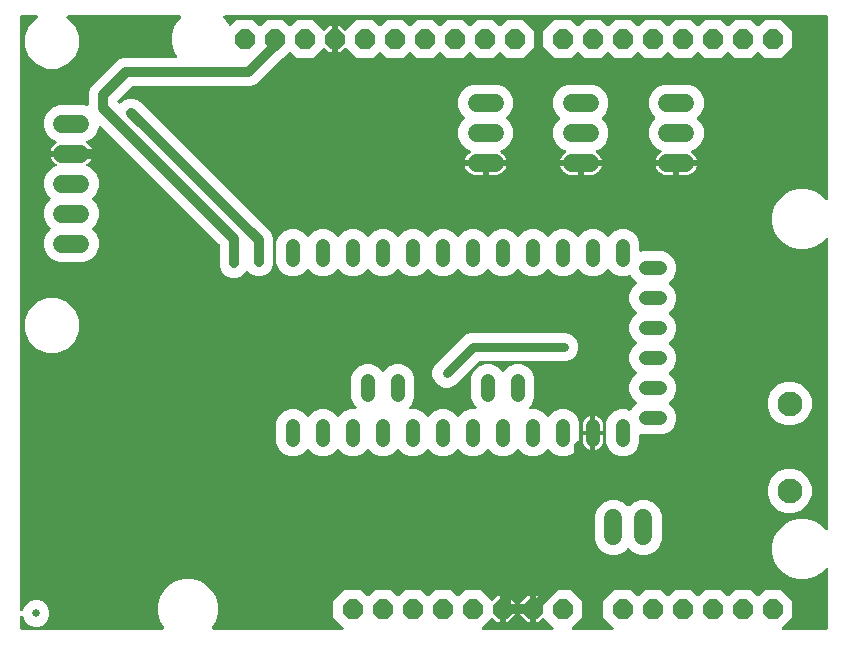
<source format=gbr>
G04 EAGLE Gerber RS-274X export*
G75*
%MOMM*%
%FSLAX34Y34*%
%LPD*%
%INBottom Copper*%
%IPPOS*%
%AMOC8*
5,1,8,0,0,1.08239X$1,22.5*%
G01*
%ADD10C,1.524000*%
%ADD11C,1.200000*%
%ADD12P,1.814519X8X22.500000*%
%ADD13C,2.100000*%
%ADD14C,0.650000*%
%ADD15C,0.812800*%
%ADD16C,0.800000*%
%ADD17C,0.600000*%

G36*
X128533Y8017D02*
X128533Y8017D01*
X128665Y8028D01*
X128690Y8037D01*
X128717Y8041D01*
X128840Y8089D01*
X128965Y8133D01*
X128988Y8148D01*
X129013Y8158D01*
X129119Y8235D01*
X129230Y8309D01*
X129248Y8329D01*
X129270Y8344D01*
X129354Y8447D01*
X129443Y8545D01*
X129455Y8569D01*
X129473Y8589D01*
X129529Y8709D01*
X129591Y8826D01*
X129597Y8853D01*
X129608Y8877D01*
X129633Y9007D01*
X129664Y9136D01*
X129663Y9163D01*
X129668Y9189D01*
X129660Y9322D01*
X129657Y9454D01*
X129650Y9480D01*
X129648Y9507D01*
X129607Y9633D01*
X129572Y9760D01*
X129555Y9795D01*
X129550Y9809D01*
X129539Y9828D01*
X129501Y9905D01*
X126237Y15557D01*
X124499Y22043D01*
X124499Y28757D01*
X126237Y35243D01*
X129594Y41058D01*
X134342Y45806D01*
X140157Y49163D01*
X146643Y50901D01*
X153357Y50901D01*
X159843Y49163D01*
X165658Y45806D01*
X170406Y41058D01*
X173763Y35243D01*
X175501Y28757D01*
X175501Y22043D01*
X173763Y15557D01*
X170499Y9905D01*
X170448Y9782D01*
X170392Y9663D01*
X170387Y9636D01*
X170376Y9611D01*
X170357Y9480D01*
X170332Y9350D01*
X170334Y9324D01*
X170330Y9297D01*
X170343Y9165D01*
X170352Y9033D01*
X170360Y9007D01*
X170363Y8981D01*
X170409Y8856D01*
X170450Y8731D01*
X170464Y8708D01*
X170474Y8682D01*
X170549Y8574D01*
X170620Y8462D01*
X170640Y8443D01*
X170655Y8421D01*
X170755Y8335D01*
X170852Y8244D01*
X170875Y8231D01*
X170896Y8213D01*
X171014Y8154D01*
X171130Y8090D01*
X171156Y8084D01*
X171180Y8072D01*
X171310Y8044D01*
X171438Y8011D01*
X171476Y8009D01*
X171491Y8005D01*
X171513Y8006D01*
X171599Y8001D01*
X280566Y8001D01*
X280704Y8018D01*
X280843Y8031D01*
X280862Y8038D01*
X280882Y8041D01*
X281011Y8092D01*
X281142Y8139D01*
X281159Y8150D01*
X281178Y8158D01*
X281290Y8239D01*
X281405Y8317D01*
X281419Y8333D01*
X281435Y8344D01*
X281524Y8452D01*
X281616Y8556D01*
X281625Y8574D01*
X281638Y8589D01*
X281697Y8715D01*
X281760Y8839D01*
X281765Y8859D01*
X281773Y8877D01*
X281799Y9013D01*
X281830Y9149D01*
X281829Y9170D01*
X281833Y9189D01*
X281824Y9328D01*
X281820Y9467D01*
X281815Y9487D01*
X281813Y9507D01*
X281771Y9639D01*
X281732Y9773D01*
X281722Y9790D01*
X281715Y9809D01*
X281641Y9927D01*
X281570Y10047D01*
X281552Y10068D01*
X281545Y10078D01*
X281530Y10092D01*
X281464Y10167D01*
X273017Y18614D01*
X273017Y32186D01*
X282614Y41783D01*
X296186Y41783D01*
X301203Y36766D01*
X301297Y36693D01*
X301386Y36614D01*
X301422Y36596D01*
X301454Y36571D01*
X301563Y36524D01*
X301669Y36470D01*
X301708Y36461D01*
X301746Y36445D01*
X301863Y36426D01*
X301979Y36400D01*
X302020Y36401D01*
X302060Y36395D01*
X302178Y36406D01*
X302297Y36410D01*
X302336Y36421D01*
X302376Y36425D01*
X302489Y36465D01*
X302603Y36498D01*
X302638Y36519D01*
X302676Y36532D01*
X302774Y36599D01*
X302877Y36660D01*
X302922Y36700D01*
X302939Y36711D01*
X302952Y36726D01*
X302998Y36766D01*
X308014Y41783D01*
X321586Y41783D01*
X326603Y36766D01*
X326697Y36693D01*
X326786Y36614D01*
X326822Y36596D01*
X326854Y36571D01*
X326963Y36524D01*
X327069Y36470D01*
X327108Y36461D01*
X327146Y36445D01*
X327263Y36426D01*
X327379Y36400D01*
X327420Y36401D01*
X327460Y36395D01*
X327578Y36406D01*
X327697Y36410D01*
X327736Y36421D01*
X327776Y36425D01*
X327889Y36465D01*
X328003Y36498D01*
X328038Y36519D01*
X328076Y36532D01*
X328174Y36599D01*
X328277Y36660D01*
X328322Y36700D01*
X328339Y36711D01*
X328352Y36726D01*
X328398Y36766D01*
X333414Y41783D01*
X346986Y41783D01*
X352003Y36766D01*
X352097Y36693D01*
X352186Y36614D01*
X352222Y36596D01*
X352254Y36571D01*
X352363Y36524D01*
X352469Y36470D01*
X352508Y36461D01*
X352546Y36445D01*
X352663Y36426D01*
X352779Y36400D01*
X352820Y36401D01*
X352860Y36395D01*
X352978Y36406D01*
X353097Y36410D01*
X353136Y36421D01*
X353176Y36425D01*
X353289Y36465D01*
X353403Y36498D01*
X353438Y36519D01*
X353476Y36532D01*
X353574Y36599D01*
X353677Y36660D01*
X353722Y36700D01*
X353739Y36711D01*
X353752Y36726D01*
X353798Y36766D01*
X358814Y41783D01*
X372386Y41783D01*
X377403Y36766D01*
X377497Y36693D01*
X377586Y36614D01*
X377622Y36596D01*
X377654Y36571D01*
X377763Y36524D01*
X377869Y36470D01*
X377908Y36461D01*
X377946Y36445D01*
X378063Y36426D01*
X378179Y36400D01*
X378220Y36401D01*
X378260Y36395D01*
X378378Y36406D01*
X378497Y36410D01*
X378536Y36421D01*
X378576Y36425D01*
X378689Y36465D01*
X378803Y36498D01*
X378838Y36519D01*
X378876Y36532D01*
X378974Y36599D01*
X379077Y36660D01*
X379122Y36700D01*
X379139Y36711D01*
X379152Y36726D01*
X379198Y36766D01*
X384214Y41783D01*
X397786Y41783D01*
X406663Y32905D01*
X406757Y32832D01*
X406847Y32754D01*
X406883Y32735D01*
X406915Y32710D01*
X407024Y32663D01*
X407130Y32609D01*
X407169Y32600D01*
X407206Y32584D01*
X407324Y32565D01*
X407440Y32539D01*
X407480Y32541D01*
X407521Y32534D01*
X407639Y32545D01*
X407758Y32549D01*
X407797Y32560D01*
X407837Y32564D01*
X407949Y32604D01*
X408064Y32637D01*
X408098Y32658D01*
X408136Y32672D01*
X408235Y32739D01*
X408337Y32799D01*
X408383Y32839D01*
X408400Y32850D01*
X408413Y32866D01*
X408458Y32905D01*
X411876Y36323D01*
X413901Y36323D01*
X413901Y26630D01*
X413916Y26512D01*
X413923Y26393D01*
X413935Y26355D01*
X413941Y26315D01*
X413984Y26204D01*
X414021Y26091D01*
X414043Y26057D01*
X414058Y26019D01*
X414127Y25923D01*
X414191Y25822D01*
X414221Y25794D01*
X414244Y25762D01*
X414336Y25686D01*
X414423Y25604D01*
X414458Y25585D01*
X414489Y25559D01*
X414597Y25508D01*
X414701Y25451D01*
X414741Y25441D01*
X414777Y25423D01*
X414884Y25403D01*
X414854Y25399D01*
X414744Y25355D01*
X414631Y25319D01*
X414596Y25297D01*
X414559Y25282D01*
X414462Y25212D01*
X414362Y25149D01*
X414334Y25119D01*
X414301Y25095D01*
X414225Y25004D01*
X414144Y24917D01*
X414124Y24882D01*
X414099Y24850D01*
X414048Y24743D01*
X413990Y24638D01*
X413980Y24599D01*
X413963Y24563D01*
X413941Y24446D01*
X413911Y24330D01*
X413907Y24270D01*
X413903Y24250D01*
X413905Y24230D01*
X413901Y24170D01*
X413901Y14477D01*
X411876Y14477D01*
X408458Y17895D01*
X408364Y17968D01*
X408275Y18046D01*
X408239Y18065D01*
X408207Y18090D01*
X408098Y18137D01*
X407992Y18191D01*
X407952Y18200D01*
X407915Y18216D01*
X407797Y18235D01*
X407681Y18261D01*
X407641Y18259D01*
X407601Y18266D01*
X407482Y18255D01*
X407364Y18251D01*
X407325Y18240D01*
X407284Y18236D01*
X407172Y18196D01*
X407058Y18163D01*
X407023Y18142D01*
X406985Y18128D01*
X406887Y18062D01*
X406784Y18001D01*
X406739Y17961D01*
X406722Y17950D01*
X406709Y17935D01*
X406663Y17895D01*
X398936Y10167D01*
X398851Y10058D01*
X398762Y9951D01*
X398754Y9932D01*
X398741Y9916D01*
X398686Y9788D01*
X398627Y9663D01*
X398623Y9643D01*
X398615Y9624D01*
X398593Y9486D01*
X398567Y9350D01*
X398568Y9330D01*
X398565Y9310D01*
X398578Y9171D01*
X398587Y9033D01*
X398593Y9014D01*
X398595Y8994D01*
X398642Y8862D01*
X398685Y8731D01*
X398696Y8713D01*
X398702Y8694D01*
X398780Y8579D01*
X398855Y8462D01*
X398870Y8448D01*
X398881Y8431D01*
X398985Y8339D01*
X399086Y8244D01*
X399104Y8234D01*
X399119Y8221D01*
X399243Y8157D01*
X399365Y8090D01*
X399385Y8085D01*
X399403Y8076D01*
X399538Y8046D01*
X399673Y8011D01*
X399701Y8009D01*
X399713Y8006D01*
X399733Y8007D01*
X399834Y8001D01*
X458366Y8001D01*
X458504Y8018D01*
X458643Y8031D01*
X458662Y8038D01*
X458682Y8041D01*
X458811Y8092D01*
X458942Y8139D01*
X458959Y8150D01*
X458978Y8158D01*
X459090Y8239D01*
X459205Y8317D01*
X459219Y8333D01*
X459235Y8344D01*
X459324Y8452D01*
X459416Y8556D01*
X459425Y8574D01*
X459438Y8589D01*
X459497Y8715D01*
X459560Y8839D01*
X459565Y8859D01*
X459573Y8877D01*
X459599Y9013D01*
X459630Y9149D01*
X459629Y9170D01*
X459633Y9189D01*
X459624Y9328D01*
X459620Y9467D01*
X459615Y9487D01*
X459613Y9507D01*
X459571Y9639D01*
X459532Y9773D01*
X459522Y9790D01*
X459515Y9809D01*
X459441Y9927D01*
X459370Y10047D01*
X459352Y10068D01*
X459345Y10078D01*
X459330Y10092D01*
X459264Y10167D01*
X451537Y17895D01*
X451443Y17968D01*
X451353Y18046D01*
X451317Y18065D01*
X451285Y18090D01*
X451176Y18137D01*
X451070Y18191D01*
X451031Y18200D01*
X450994Y18216D01*
X450876Y18235D01*
X450760Y18261D01*
X450720Y18259D01*
X450679Y18266D01*
X450561Y18255D01*
X450442Y18251D01*
X450403Y18240D01*
X450363Y18236D01*
X450251Y18196D01*
X450136Y18163D01*
X450102Y18142D01*
X450064Y18128D01*
X449965Y18061D01*
X449863Y18001D01*
X449817Y17961D01*
X449800Y17950D01*
X449787Y17935D01*
X449742Y17895D01*
X446324Y14477D01*
X444299Y14477D01*
X444299Y22901D01*
X449548Y22901D01*
X449666Y22916D01*
X449785Y22923D01*
X449823Y22935D01*
X449864Y22941D01*
X449974Y22984D01*
X450087Y23021D01*
X450122Y23043D01*
X450159Y23058D01*
X450255Y23127D01*
X450356Y23191D01*
X450384Y23221D01*
X450417Y23244D01*
X450493Y23336D01*
X450574Y23423D01*
X450594Y23458D01*
X450619Y23489D01*
X450670Y23597D01*
X450728Y23701D01*
X450738Y23741D01*
X450755Y23777D01*
X450777Y23894D01*
X450807Y24009D01*
X450811Y24069D01*
X450815Y24089D01*
X450813Y24110D01*
X450817Y24170D01*
X450817Y26630D01*
X450802Y26748D01*
X450795Y26867D01*
X450782Y26905D01*
X450777Y26946D01*
X450734Y27056D01*
X450697Y27169D01*
X450675Y27204D01*
X450660Y27241D01*
X450591Y27337D01*
X450527Y27438D01*
X450497Y27466D01*
X450474Y27499D01*
X450382Y27575D01*
X450295Y27656D01*
X450260Y27676D01*
X450229Y27701D01*
X450121Y27752D01*
X450017Y27810D01*
X449977Y27820D01*
X449941Y27837D01*
X449824Y27859D01*
X449709Y27889D01*
X449649Y27893D01*
X449629Y27897D01*
X449608Y27895D01*
X449548Y27899D01*
X444299Y27899D01*
X444299Y36323D01*
X446324Y36323D01*
X449742Y32905D01*
X449836Y32832D01*
X449925Y32754D01*
X449961Y32735D01*
X449993Y32710D01*
X450102Y32663D01*
X450208Y32609D01*
X450248Y32600D01*
X450285Y32584D01*
X450403Y32565D01*
X450519Y32539D01*
X450559Y32541D01*
X450599Y32534D01*
X450718Y32545D01*
X450836Y32549D01*
X450875Y32560D01*
X450916Y32564D01*
X451028Y32604D01*
X451142Y32637D01*
X451177Y32658D01*
X451215Y32672D01*
X451314Y32739D01*
X451416Y32799D01*
X451461Y32839D01*
X451478Y32850D01*
X451491Y32866D01*
X451537Y32905D01*
X460414Y41783D01*
X473986Y41783D01*
X483583Y32186D01*
X483583Y18614D01*
X475136Y10167D01*
X475051Y10058D01*
X474962Y9951D01*
X474954Y9932D01*
X474941Y9916D01*
X474886Y9788D01*
X474827Y9663D01*
X474823Y9643D01*
X474815Y9624D01*
X474793Y9486D01*
X474767Y9350D01*
X474768Y9330D01*
X474765Y9310D01*
X474778Y9171D01*
X474787Y9033D01*
X474793Y9014D01*
X474795Y8994D01*
X474842Y8862D01*
X474885Y8731D01*
X474896Y8713D01*
X474902Y8694D01*
X474980Y8579D01*
X475055Y8462D01*
X475070Y8448D01*
X475081Y8431D01*
X475185Y8339D01*
X475286Y8244D01*
X475304Y8234D01*
X475319Y8221D01*
X475444Y8157D01*
X475565Y8090D01*
X475585Y8085D01*
X475603Y8076D01*
X475738Y8046D01*
X475873Y8011D01*
X475901Y8009D01*
X475913Y8006D01*
X475933Y8007D01*
X476034Y8001D01*
X509166Y8001D01*
X509304Y8018D01*
X509443Y8031D01*
X509462Y8038D01*
X509482Y8041D01*
X509611Y8092D01*
X509742Y8139D01*
X509759Y8150D01*
X509778Y8158D01*
X509890Y8239D01*
X510005Y8317D01*
X510019Y8333D01*
X510035Y8344D01*
X510124Y8452D01*
X510216Y8556D01*
X510225Y8574D01*
X510238Y8589D01*
X510297Y8715D01*
X510360Y8839D01*
X510365Y8859D01*
X510373Y8877D01*
X510399Y9013D01*
X510430Y9149D01*
X510429Y9170D01*
X510433Y9189D01*
X510424Y9328D01*
X510420Y9467D01*
X510415Y9487D01*
X510413Y9507D01*
X510371Y9639D01*
X510332Y9773D01*
X510322Y9790D01*
X510315Y9809D01*
X510241Y9927D01*
X510170Y10047D01*
X510152Y10068D01*
X510145Y10078D01*
X510130Y10092D01*
X510064Y10167D01*
X501617Y18614D01*
X501617Y32186D01*
X511214Y41783D01*
X524786Y41783D01*
X529802Y36766D01*
X529897Y36693D01*
X529986Y36614D01*
X530022Y36596D01*
X530054Y36571D01*
X530163Y36524D01*
X530269Y36470D01*
X530308Y36461D01*
X530346Y36445D01*
X530463Y36426D01*
X530579Y36400D01*
X530620Y36401D01*
X530660Y36395D01*
X530778Y36406D01*
X530897Y36410D01*
X530936Y36421D01*
X530976Y36425D01*
X531089Y36465D01*
X531203Y36498D01*
X531237Y36519D01*
X531276Y36532D01*
X531374Y36599D01*
X531477Y36660D01*
X531522Y36700D01*
X531539Y36711D01*
X531552Y36726D01*
X531597Y36766D01*
X536614Y41783D01*
X550186Y41783D01*
X555202Y36766D01*
X555297Y36693D01*
X555386Y36614D01*
X555422Y36596D01*
X555454Y36571D01*
X555563Y36524D01*
X555669Y36470D01*
X555708Y36461D01*
X555746Y36445D01*
X555863Y36426D01*
X555979Y36400D01*
X556020Y36401D01*
X556060Y36395D01*
X556178Y36406D01*
X556297Y36410D01*
X556336Y36421D01*
X556376Y36425D01*
X556489Y36465D01*
X556603Y36498D01*
X556637Y36519D01*
X556676Y36532D01*
X556774Y36599D01*
X556877Y36660D01*
X556922Y36700D01*
X556939Y36711D01*
X556952Y36726D01*
X556997Y36766D01*
X562014Y41783D01*
X575586Y41783D01*
X580603Y36766D01*
X580697Y36693D01*
X580786Y36614D01*
X580822Y36596D01*
X580854Y36571D01*
X580963Y36524D01*
X581069Y36470D01*
X581108Y36461D01*
X581146Y36445D01*
X581263Y36426D01*
X581379Y36400D01*
X581420Y36401D01*
X581460Y36395D01*
X581578Y36406D01*
X581697Y36410D01*
X581736Y36421D01*
X581776Y36425D01*
X581889Y36465D01*
X582003Y36498D01*
X582038Y36519D01*
X582076Y36532D01*
X582174Y36599D01*
X582277Y36660D01*
X582322Y36700D01*
X582339Y36711D01*
X582352Y36726D01*
X582398Y36766D01*
X587414Y41783D01*
X600986Y41783D01*
X606002Y36766D01*
X606097Y36693D01*
X606186Y36614D01*
X606222Y36596D01*
X606254Y36571D01*
X606363Y36524D01*
X606469Y36470D01*
X606508Y36461D01*
X606546Y36445D01*
X606663Y36426D01*
X606779Y36400D01*
X606820Y36401D01*
X606860Y36395D01*
X606978Y36406D01*
X607097Y36410D01*
X607136Y36421D01*
X607176Y36425D01*
X607289Y36465D01*
X607403Y36498D01*
X607437Y36519D01*
X607476Y36532D01*
X607574Y36599D01*
X607677Y36660D01*
X607722Y36700D01*
X607739Y36711D01*
X607752Y36726D01*
X607797Y36766D01*
X612814Y41783D01*
X626386Y41783D01*
X631402Y36766D01*
X631497Y36693D01*
X631586Y36614D01*
X631622Y36596D01*
X631654Y36571D01*
X631763Y36524D01*
X631869Y36470D01*
X631908Y36461D01*
X631946Y36445D01*
X632063Y36426D01*
X632179Y36400D01*
X632220Y36401D01*
X632260Y36395D01*
X632378Y36406D01*
X632497Y36410D01*
X632536Y36421D01*
X632576Y36425D01*
X632689Y36465D01*
X632803Y36498D01*
X632837Y36519D01*
X632876Y36532D01*
X632974Y36599D01*
X633077Y36660D01*
X633122Y36700D01*
X633139Y36711D01*
X633152Y36726D01*
X633197Y36766D01*
X638214Y41783D01*
X651786Y41783D01*
X661383Y32186D01*
X661383Y18614D01*
X652936Y10167D01*
X652851Y10058D01*
X652762Y9951D01*
X652754Y9932D01*
X652741Y9916D01*
X652686Y9788D01*
X652627Y9663D01*
X652623Y9643D01*
X652615Y9624D01*
X652593Y9486D01*
X652567Y9350D01*
X652568Y9330D01*
X652565Y9310D01*
X652578Y9171D01*
X652587Y9033D01*
X652593Y9014D01*
X652595Y8994D01*
X652642Y8862D01*
X652685Y8731D01*
X652696Y8713D01*
X652702Y8694D01*
X652780Y8579D01*
X652855Y8462D01*
X652870Y8448D01*
X652881Y8431D01*
X652985Y8339D01*
X653086Y8244D01*
X653104Y8234D01*
X653119Y8221D01*
X653244Y8157D01*
X653365Y8090D01*
X653385Y8085D01*
X653403Y8076D01*
X653538Y8046D01*
X653673Y8011D01*
X653701Y8009D01*
X653713Y8006D01*
X653733Y8007D01*
X653834Y8001D01*
X690730Y8001D01*
X690848Y8016D01*
X690967Y8023D01*
X691005Y8036D01*
X691046Y8041D01*
X691156Y8084D01*
X691269Y8121D01*
X691304Y8143D01*
X691341Y8158D01*
X691437Y8227D01*
X691538Y8291D01*
X691566Y8321D01*
X691599Y8344D01*
X691675Y8436D01*
X691756Y8523D01*
X691776Y8558D01*
X691801Y8589D01*
X691852Y8697D01*
X691910Y8801D01*
X691920Y8841D01*
X691937Y8877D01*
X691959Y8994D01*
X691989Y9109D01*
X691993Y9169D01*
X691997Y9189D01*
X691995Y9210D01*
X691999Y9270D01*
X691999Y59072D01*
X691982Y59209D01*
X691969Y59348D01*
X691962Y59367D01*
X691959Y59387D01*
X691908Y59516D01*
X691861Y59647D01*
X691850Y59664D01*
X691842Y59683D01*
X691761Y59795D01*
X691683Y59910D01*
X691667Y59924D01*
X691656Y59940D01*
X691548Y60029D01*
X691444Y60121D01*
X691426Y60130D01*
X691411Y60143D01*
X691285Y60202D01*
X691161Y60265D01*
X691141Y60270D01*
X691123Y60278D01*
X690987Y60305D01*
X690851Y60335D01*
X690830Y60334D01*
X690811Y60338D01*
X690672Y60330D01*
X690533Y60325D01*
X690513Y60320D01*
X690493Y60318D01*
X690361Y60276D01*
X690227Y60237D01*
X690210Y60227D01*
X690191Y60220D01*
X690073Y60146D01*
X689953Y60075D01*
X689932Y60057D01*
X689922Y60050D01*
X689908Y60035D01*
X689833Y59969D01*
X685658Y55794D01*
X679843Y52437D01*
X673357Y50699D01*
X666643Y50699D01*
X660157Y52437D01*
X654342Y55794D01*
X649594Y60542D01*
X646237Y66357D01*
X644499Y72843D01*
X644499Y79557D01*
X646237Y86043D01*
X649594Y91858D01*
X654342Y96606D01*
X660157Y99963D01*
X666643Y101701D01*
X673357Y101701D01*
X679843Y99963D01*
X685658Y96606D01*
X689833Y92431D01*
X689942Y92346D01*
X690049Y92257D01*
X690068Y92248D01*
X690084Y92236D01*
X690212Y92181D01*
X690337Y92122D01*
X690357Y92118D01*
X690376Y92110D01*
X690514Y92088D01*
X690650Y92062D01*
X690670Y92063D01*
X690690Y92060D01*
X690829Y92073D01*
X690967Y92082D01*
X690986Y92088D01*
X691006Y92090D01*
X691138Y92137D01*
X691269Y92180D01*
X691287Y92190D01*
X691306Y92197D01*
X691421Y92275D01*
X691538Y92350D01*
X691552Y92364D01*
X691569Y92376D01*
X691661Y92480D01*
X691756Y92581D01*
X691766Y92599D01*
X691779Y92614D01*
X691843Y92738D01*
X691910Y92860D01*
X691915Y92879D01*
X691924Y92897D01*
X691954Y93033D01*
X691989Y93168D01*
X691991Y93196D01*
X691994Y93208D01*
X691993Y93228D01*
X691999Y93328D01*
X691999Y338472D01*
X691982Y338609D01*
X691969Y338748D01*
X691962Y338767D01*
X691959Y338787D01*
X691908Y338916D01*
X691861Y339047D01*
X691850Y339064D01*
X691842Y339083D01*
X691761Y339195D01*
X691683Y339310D01*
X691667Y339324D01*
X691656Y339340D01*
X691548Y339429D01*
X691444Y339521D01*
X691426Y339530D01*
X691411Y339543D01*
X691285Y339602D01*
X691161Y339665D01*
X691141Y339670D01*
X691123Y339678D01*
X690987Y339705D01*
X690851Y339735D01*
X690830Y339734D01*
X690811Y339738D01*
X690672Y339730D01*
X690533Y339725D01*
X690513Y339720D01*
X690493Y339718D01*
X690361Y339676D01*
X690227Y339637D01*
X690210Y339627D01*
X690191Y339620D01*
X690073Y339546D01*
X689953Y339475D01*
X689932Y339457D01*
X689922Y339450D01*
X689908Y339435D01*
X689833Y339369D01*
X685658Y335194D01*
X679843Y331837D01*
X673357Y330099D01*
X666643Y330099D01*
X660157Y331837D01*
X654342Y335194D01*
X649594Y339942D01*
X646237Y345757D01*
X644499Y352243D01*
X644499Y358957D01*
X646237Y365443D01*
X649594Y371258D01*
X654342Y376006D01*
X660157Y379363D01*
X666643Y381101D01*
X673357Y381101D01*
X679843Y379363D01*
X685658Y376006D01*
X689833Y371831D01*
X689942Y371746D01*
X690049Y371657D01*
X690068Y371648D01*
X690084Y371636D01*
X690212Y371581D01*
X690337Y371522D01*
X690357Y371518D01*
X690376Y371510D01*
X690514Y371488D01*
X690650Y371462D01*
X690670Y371463D01*
X690690Y371460D01*
X690829Y371473D01*
X690967Y371482D01*
X690986Y371488D01*
X691006Y371490D01*
X691138Y371537D01*
X691269Y371580D01*
X691287Y371590D01*
X691306Y371597D01*
X691421Y371675D01*
X691538Y371750D01*
X691552Y371764D01*
X691569Y371776D01*
X691661Y371880D01*
X691756Y371981D01*
X691766Y371999D01*
X691779Y372014D01*
X691843Y372138D01*
X691910Y372260D01*
X691915Y372279D01*
X691924Y372297D01*
X691954Y372433D01*
X691989Y372568D01*
X691991Y372596D01*
X691994Y372608D01*
X691993Y372628D01*
X691999Y372728D01*
X691999Y526730D01*
X691984Y526848D01*
X691977Y526967D01*
X691964Y527005D01*
X691959Y527046D01*
X691916Y527156D01*
X691879Y527269D01*
X691857Y527304D01*
X691842Y527341D01*
X691773Y527437D01*
X691709Y527538D01*
X691679Y527566D01*
X691656Y527599D01*
X691564Y527675D01*
X691477Y527756D01*
X691442Y527776D01*
X691411Y527801D01*
X691303Y527852D01*
X691199Y527910D01*
X691159Y527920D01*
X691123Y527937D01*
X691006Y527959D01*
X690891Y527989D01*
X690831Y527993D01*
X690811Y527997D01*
X690790Y527995D01*
X690730Y527999D01*
X181128Y527999D01*
X180991Y527982D01*
X180852Y527969D01*
X180833Y527962D01*
X180813Y527959D01*
X180684Y527908D01*
X180553Y527861D01*
X180536Y527850D01*
X180517Y527842D01*
X180405Y527761D01*
X180290Y527683D01*
X180276Y527667D01*
X180260Y527656D01*
X180171Y527548D01*
X180079Y527444D01*
X180070Y527426D01*
X180057Y527411D01*
X179998Y527285D01*
X179935Y527161D01*
X179930Y527141D01*
X179922Y527123D01*
X179895Y526987D01*
X179865Y526851D01*
X179866Y526830D01*
X179862Y526811D01*
X179870Y526672D01*
X179875Y526533D01*
X179880Y526513D01*
X179882Y526493D01*
X179924Y526361D01*
X179963Y526227D01*
X179973Y526210D01*
X179980Y526191D01*
X180054Y526072D01*
X180125Y525953D01*
X180143Y525932D01*
X180150Y525922D01*
X180165Y525908D01*
X180231Y525833D01*
X182406Y523658D01*
X184523Y519991D01*
X184599Y519891D01*
X184669Y519787D01*
X184695Y519764D01*
X184715Y519738D01*
X184813Y519660D01*
X184908Y519576D01*
X184938Y519561D01*
X184964Y519540D01*
X185079Y519489D01*
X185191Y519432D01*
X185224Y519424D01*
X185255Y519411D01*
X185379Y519390D01*
X185501Y519362D01*
X185535Y519363D01*
X185568Y519357D01*
X185694Y519368D01*
X185819Y519372D01*
X185852Y519381D01*
X185885Y519384D01*
X186004Y519425D01*
X186125Y519460D01*
X186154Y519477D01*
X186186Y519488D01*
X186291Y519558D01*
X186399Y519622D01*
X186435Y519654D01*
X186451Y519664D01*
X186465Y519680D01*
X186519Y519728D01*
X191174Y524383D01*
X204746Y524383D01*
X209763Y519366D01*
X209857Y519293D01*
X209946Y519214D01*
X209982Y519196D01*
X210014Y519171D01*
X210123Y519124D01*
X210229Y519070D01*
X210268Y519061D01*
X210306Y519045D01*
X210423Y519026D01*
X210539Y519000D01*
X210580Y519001D01*
X210620Y518995D01*
X210738Y519006D01*
X210857Y519010D01*
X210896Y519021D01*
X210936Y519025D01*
X211049Y519065D01*
X211163Y519098D01*
X211198Y519119D01*
X211236Y519132D01*
X211334Y519199D01*
X211437Y519260D01*
X211482Y519300D01*
X211499Y519311D01*
X211512Y519326D01*
X211558Y519366D01*
X216574Y524383D01*
X230146Y524383D01*
X235162Y519366D01*
X235257Y519293D01*
X235346Y519214D01*
X235382Y519196D01*
X235414Y519171D01*
X235523Y519124D01*
X235629Y519070D01*
X235668Y519061D01*
X235706Y519045D01*
X235823Y519026D01*
X235939Y519000D01*
X235980Y519001D01*
X236020Y518995D01*
X236138Y519006D01*
X236257Y519010D01*
X236296Y519021D01*
X236336Y519025D01*
X236449Y519065D01*
X236563Y519098D01*
X236597Y519119D01*
X236636Y519132D01*
X236734Y519199D01*
X236837Y519260D01*
X236882Y519300D01*
X236899Y519311D01*
X236912Y519326D01*
X236957Y519366D01*
X241974Y524383D01*
X255546Y524383D01*
X264423Y515505D01*
X264517Y515432D01*
X264607Y515354D01*
X264643Y515335D01*
X264675Y515310D01*
X264784Y515263D01*
X264890Y515209D01*
X264929Y515200D01*
X264966Y515184D01*
X265084Y515165D01*
X265200Y515139D01*
X265240Y515141D01*
X265281Y515134D01*
X265399Y515145D01*
X265518Y515149D01*
X265557Y515160D01*
X265597Y515164D01*
X265709Y515204D01*
X265824Y515237D01*
X265858Y515258D01*
X265896Y515272D01*
X265995Y515339D01*
X266097Y515399D01*
X266143Y515439D01*
X266160Y515450D01*
X266173Y515466D01*
X266218Y515505D01*
X269636Y518923D01*
X271661Y518923D01*
X271661Y509230D01*
X271676Y509112D01*
X271683Y508993D01*
X271695Y508955D01*
X271701Y508915D01*
X271744Y508804D01*
X271781Y508691D01*
X271803Y508657D01*
X271818Y508619D01*
X271887Y508523D01*
X271951Y508422D01*
X271981Y508394D01*
X272004Y508362D01*
X272096Y508286D01*
X272183Y508204D01*
X272218Y508185D01*
X272249Y508159D01*
X272357Y508108D01*
X272461Y508051D01*
X272501Y508041D01*
X272537Y508023D01*
X272644Y508003D01*
X272614Y507999D01*
X272504Y507955D01*
X272391Y507919D01*
X272356Y507897D01*
X272319Y507882D01*
X272222Y507812D01*
X272122Y507749D01*
X272094Y507719D01*
X272061Y507695D01*
X271985Y507604D01*
X271904Y507517D01*
X271884Y507482D01*
X271859Y507450D01*
X271808Y507343D01*
X271750Y507238D01*
X271740Y507199D01*
X271723Y507163D01*
X271701Y507046D01*
X271671Y506930D01*
X271667Y506870D01*
X271663Y506850D01*
X271665Y506830D01*
X271661Y506770D01*
X271661Y497077D01*
X269636Y497077D01*
X266218Y500495D01*
X266124Y500568D01*
X266035Y500646D01*
X265999Y500665D01*
X265967Y500690D01*
X265858Y500737D01*
X265752Y500791D01*
X265712Y500800D01*
X265675Y500816D01*
X265557Y500835D01*
X265441Y500861D01*
X265401Y500859D01*
X265361Y500866D01*
X265242Y500855D01*
X265124Y500851D01*
X265085Y500840D01*
X265044Y500836D01*
X264932Y500796D01*
X264818Y500763D01*
X264783Y500742D01*
X264745Y500728D01*
X264646Y500661D01*
X264544Y500601D01*
X264499Y500561D01*
X264482Y500550D01*
X264469Y500534D01*
X264423Y500495D01*
X255546Y491617D01*
X241974Y491617D01*
X236957Y496634D01*
X236863Y496707D01*
X236774Y496786D01*
X236738Y496804D01*
X236706Y496829D01*
X236597Y496876D01*
X236491Y496930D01*
X236452Y496939D01*
X236414Y496955D01*
X236297Y496974D01*
X236181Y497000D01*
X236140Y496999D01*
X236100Y497005D01*
X235982Y496994D01*
X235863Y496990D01*
X235824Y496979D01*
X235784Y496975D01*
X235671Y496935D01*
X235557Y496902D01*
X235522Y496881D01*
X235484Y496868D01*
X235386Y496801D01*
X235283Y496740D01*
X235238Y496700D01*
X235221Y496689D01*
X235208Y496674D01*
X235162Y496634D01*
X230137Y491609D01*
X230107Y491605D01*
X230008Y491602D01*
X229950Y491585D01*
X229890Y491577D01*
X229798Y491541D01*
X229702Y491513D01*
X229650Y491483D01*
X229594Y491460D01*
X229514Y491402D01*
X229428Y491352D01*
X229353Y491286D01*
X229337Y491274D01*
X229329Y491264D01*
X229308Y491246D01*
X207834Y469772D01*
X203400Y467935D01*
X103023Y467935D01*
X102925Y467923D01*
X102826Y467920D01*
X102768Y467903D01*
X102708Y467895D01*
X102616Y467859D01*
X102520Y467831D01*
X102468Y467801D01*
X102412Y467778D01*
X102332Y467720D01*
X102246Y467670D01*
X102171Y467604D01*
X102155Y467592D01*
X102147Y467582D01*
X102126Y467564D01*
X90710Y456147D01*
X90637Y456053D01*
X90558Y455964D01*
X90539Y455928D01*
X90515Y455896D01*
X90467Y455787D01*
X90413Y455681D01*
X90404Y455642D01*
X90388Y455604D01*
X90370Y455487D01*
X90344Y455371D01*
X90345Y455330D01*
X90338Y455290D01*
X90350Y455172D01*
X90353Y455053D01*
X90365Y455014D01*
X90368Y454974D01*
X90409Y454861D01*
X90442Y454747D01*
X90462Y454712D01*
X90476Y454674D01*
X90543Y454576D01*
X90603Y454473D01*
X90643Y454428D01*
X90654Y454411D01*
X90670Y454398D01*
X90710Y454352D01*
X91352Y453710D01*
X91447Y453637D01*
X91536Y453558D01*
X91572Y453539D01*
X91604Y453515D01*
X91713Y453467D01*
X91819Y453413D01*
X91858Y453404D01*
X91896Y453388D01*
X92013Y453370D01*
X92129Y453344D01*
X92170Y453345D01*
X92210Y453338D01*
X92328Y453350D01*
X92447Y453353D01*
X92486Y453365D01*
X92526Y453368D01*
X92639Y453409D01*
X92753Y453442D01*
X92787Y453462D01*
X92826Y453476D01*
X92924Y453543D01*
X93027Y453603D01*
X93072Y453643D01*
X93089Y453654D01*
X93102Y453670D01*
X93147Y453710D01*
X95166Y455728D01*
X99600Y457565D01*
X104400Y457565D01*
X108834Y455728D01*
X220228Y344334D01*
X222065Y339900D01*
X222065Y317100D01*
X220228Y312666D01*
X216834Y309272D01*
X212400Y307435D01*
X207600Y307435D01*
X203166Y309272D01*
X201147Y311290D01*
X201053Y311363D01*
X200964Y311442D01*
X200928Y311460D01*
X200896Y311485D01*
X200787Y311533D01*
X200681Y311587D01*
X200642Y311596D01*
X200604Y311612D01*
X200487Y311630D01*
X200371Y311656D01*
X200330Y311655D01*
X200290Y311662D01*
X200172Y311650D01*
X200053Y311647D01*
X200014Y311635D01*
X199974Y311632D01*
X199861Y311591D01*
X199747Y311558D01*
X199712Y311538D01*
X199674Y311524D01*
X199576Y311457D01*
X199473Y311397D01*
X199428Y311357D01*
X199411Y311346D01*
X199398Y311330D01*
X199352Y311290D01*
X195834Y307772D01*
X191400Y305935D01*
X186600Y305935D01*
X182166Y307772D01*
X178772Y311166D01*
X176935Y315600D01*
X176935Y333477D01*
X176923Y333575D01*
X176920Y333674D01*
X176903Y333732D01*
X176895Y333792D01*
X176859Y333884D01*
X176831Y333980D01*
X176801Y334032D01*
X176778Y334088D01*
X176720Y334168D01*
X176670Y334254D01*
X176604Y334329D01*
X176592Y334345D01*
X176582Y334353D01*
X176564Y334374D01*
X76807Y434130D01*
X76717Y434201D01*
X76691Y434226D01*
X76676Y434234D01*
X76591Y434304D01*
X76572Y434313D01*
X76556Y434325D01*
X76428Y434381D01*
X76303Y434440D01*
X76283Y434444D01*
X76264Y434452D01*
X76126Y434474D01*
X75990Y434500D01*
X75970Y434498D01*
X75950Y434502D01*
X75811Y434488D01*
X75673Y434480D01*
X75654Y434474D01*
X75634Y434472D01*
X75502Y434425D01*
X75371Y434382D01*
X75353Y434371D01*
X75334Y434364D01*
X75219Y434286D01*
X75102Y434212D01*
X75088Y434197D01*
X75071Y434186D01*
X74979Y434081D01*
X74884Y433980D01*
X74874Y433962D01*
X74861Y433947D01*
X74797Y433823D01*
X74730Y433702D01*
X74725Y433682D01*
X74716Y433664D01*
X74686Y433528D01*
X74651Y433394D01*
X74649Y433366D01*
X74646Y433354D01*
X74647Y433333D01*
X74645Y433304D01*
X72263Y427552D01*
X67868Y423157D01*
X64679Y421836D01*
X64550Y421763D01*
X64419Y421691D01*
X64412Y421684D01*
X64403Y421679D01*
X64296Y421575D01*
X64187Y421473D01*
X64182Y421465D01*
X64174Y421458D01*
X64097Y421331D01*
X64017Y421205D01*
X64014Y421195D01*
X64008Y421186D01*
X63964Y421044D01*
X63918Y420903D01*
X63918Y420892D01*
X63915Y420882D01*
X63908Y420734D01*
X63898Y420585D01*
X63900Y420575D01*
X63899Y420565D01*
X63930Y420419D01*
X63957Y420273D01*
X63962Y420263D01*
X63964Y420253D01*
X64030Y420119D01*
X64092Y419985D01*
X64099Y419977D01*
X64103Y419968D01*
X64200Y419854D01*
X64295Y419740D01*
X64306Y419731D01*
X64310Y419726D01*
X64322Y419717D01*
X64419Y419637D01*
X65639Y418750D01*
X66770Y417619D01*
X67710Y416325D01*
X68436Y414900D01*
X68879Y413539D01*
X52670Y413539D01*
X52552Y413524D01*
X52433Y413517D01*
X52395Y413504D01*
X52355Y413499D01*
X52244Y413456D01*
X52131Y413419D01*
X52097Y413397D01*
X52059Y413382D01*
X51963Y413312D01*
X51862Y413249D01*
X51834Y413219D01*
X51802Y413195D01*
X51726Y413104D01*
X51644Y413017D01*
X51625Y412982D01*
X51599Y412951D01*
X51548Y412843D01*
X51491Y412739D01*
X51480Y412699D01*
X51463Y412663D01*
X51441Y412546D01*
X51411Y412431D01*
X51407Y412370D01*
X51403Y412350D01*
X51405Y412330D01*
X51401Y412270D01*
X51401Y409730D01*
X51416Y409612D01*
X51423Y409493D01*
X51436Y409455D01*
X51441Y409414D01*
X51485Y409304D01*
X51521Y409191D01*
X51543Y409156D01*
X51558Y409119D01*
X51628Y409023D01*
X51691Y408922D01*
X51721Y408894D01*
X51745Y408861D01*
X51836Y408786D01*
X51923Y408704D01*
X51958Y408684D01*
X51990Y408659D01*
X52097Y408608D01*
X52202Y408550D01*
X52241Y408540D01*
X52277Y408523D01*
X52394Y408501D01*
X52509Y408471D01*
X52570Y408467D01*
X52590Y408463D01*
X52610Y408465D01*
X52670Y408461D01*
X68879Y408461D01*
X68436Y407100D01*
X67710Y405675D01*
X66770Y404381D01*
X65639Y403250D01*
X64419Y402363D01*
X64311Y402262D01*
X64200Y402161D01*
X64194Y402152D01*
X64187Y402145D01*
X64107Y402020D01*
X64025Y401895D01*
X64022Y401886D01*
X64017Y401877D01*
X63970Y401735D01*
X63922Y401595D01*
X63921Y401584D01*
X63918Y401575D01*
X63909Y401427D01*
X63897Y401278D01*
X63899Y401267D01*
X63898Y401257D01*
X63926Y401111D01*
X63951Y400964D01*
X63956Y400955D01*
X63958Y400945D01*
X64021Y400810D01*
X64082Y400674D01*
X64088Y400666D01*
X64093Y400657D01*
X64188Y400542D01*
X64281Y400426D01*
X64289Y400420D01*
X64295Y400412D01*
X64416Y400324D01*
X64535Y400235D01*
X64547Y400228D01*
X64552Y400225D01*
X64566Y400219D01*
X64679Y400164D01*
X67868Y398843D01*
X72263Y394448D01*
X74641Y388707D01*
X74641Y382493D01*
X72263Y376752D01*
X69309Y373797D01*
X69235Y373703D01*
X69157Y373614D01*
X69138Y373578D01*
X69114Y373546D01*
X69066Y373437D01*
X69012Y373331D01*
X69003Y373292D01*
X68987Y373254D01*
X68969Y373137D01*
X68943Y373021D01*
X68944Y372980D01*
X68937Y372940D01*
X68949Y372822D01*
X68952Y372703D01*
X68963Y372664D01*
X68967Y372624D01*
X69008Y372511D01*
X69041Y372397D01*
X69061Y372362D01*
X69075Y372324D01*
X69142Y372226D01*
X69202Y372123D01*
X69242Y372078D01*
X69253Y372061D01*
X69269Y372048D01*
X69309Y372002D01*
X72263Y369048D01*
X74641Y363307D01*
X74641Y357093D01*
X72263Y351352D01*
X69309Y348397D01*
X69235Y348303D01*
X69157Y348214D01*
X69138Y348178D01*
X69114Y348146D01*
X69066Y348037D01*
X69012Y347931D01*
X69003Y347892D01*
X68987Y347854D01*
X68969Y347737D01*
X68943Y347621D01*
X68944Y347580D01*
X68937Y347540D01*
X68949Y347422D01*
X68952Y347303D01*
X68963Y347264D01*
X68967Y347224D01*
X69008Y347111D01*
X69041Y346997D01*
X69061Y346962D01*
X69075Y346924D01*
X69142Y346826D01*
X69202Y346723D01*
X69242Y346678D01*
X69253Y346661D01*
X69269Y346648D01*
X69309Y346602D01*
X72263Y343648D01*
X74641Y337907D01*
X74641Y331693D01*
X72263Y325952D01*
X67868Y321557D01*
X62127Y319179D01*
X40673Y319179D01*
X34932Y321557D01*
X30537Y325952D01*
X28159Y331693D01*
X28159Y337907D01*
X30537Y343648D01*
X33491Y346602D01*
X33565Y346697D01*
X33643Y346786D01*
X33662Y346822D01*
X33686Y346854D01*
X33734Y346963D01*
X33788Y347069D01*
X33797Y347108D01*
X33813Y347146D01*
X33831Y347263D01*
X33857Y347379D01*
X33856Y347420D01*
X33863Y347460D01*
X33851Y347578D01*
X33848Y347697D01*
X33837Y347736D01*
X33833Y347776D01*
X33792Y347889D01*
X33759Y348003D01*
X33739Y348037D01*
X33725Y348076D01*
X33658Y348174D01*
X33598Y348277D01*
X33558Y348322D01*
X33547Y348339D01*
X33531Y348352D01*
X33491Y348397D01*
X30537Y351352D01*
X28159Y357093D01*
X28159Y363307D01*
X30537Y369048D01*
X33491Y372002D01*
X33565Y372097D01*
X33643Y372186D01*
X33662Y372222D01*
X33686Y372254D01*
X33734Y372363D01*
X33788Y372469D01*
X33797Y372508D01*
X33813Y372546D01*
X33831Y372663D01*
X33857Y372779D01*
X33856Y372820D01*
X33863Y372860D01*
X33851Y372978D01*
X33848Y373097D01*
X33837Y373136D01*
X33833Y373176D01*
X33792Y373289D01*
X33759Y373403D01*
X33739Y373437D01*
X33725Y373476D01*
X33658Y373574D01*
X33598Y373677D01*
X33558Y373722D01*
X33547Y373739D01*
X33531Y373752D01*
X33491Y373797D01*
X30537Y376752D01*
X28159Y382493D01*
X28159Y388707D01*
X30537Y394448D01*
X34932Y398843D01*
X38121Y400164D01*
X38250Y400237D01*
X38381Y400309D01*
X38388Y400316D01*
X38397Y400321D01*
X38504Y400425D01*
X38613Y400527D01*
X38618Y400535D01*
X38626Y400542D01*
X38703Y400669D01*
X38783Y400795D01*
X38786Y400805D01*
X38792Y400814D01*
X38836Y400956D01*
X38882Y401097D01*
X38882Y401108D01*
X38885Y401118D01*
X38892Y401266D01*
X38902Y401415D01*
X38900Y401425D01*
X38901Y401435D01*
X38870Y401581D01*
X38843Y401727D01*
X38838Y401737D01*
X38836Y401747D01*
X38770Y401881D01*
X38708Y402015D01*
X38701Y402023D01*
X38697Y402032D01*
X38600Y402145D01*
X38505Y402260D01*
X38494Y402269D01*
X38490Y402274D01*
X38478Y402283D01*
X38381Y402363D01*
X37161Y403250D01*
X36030Y404381D01*
X35090Y405675D01*
X34364Y407100D01*
X33921Y408461D01*
X50130Y408461D01*
X50248Y408476D01*
X50367Y408483D01*
X50405Y408496D01*
X50445Y408501D01*
X50556Y408544D01*
X50669Y408581D01*
X50703Y408603D01*
X50741Y408618D01*
X50837Y408688D01*
X50938Y408751D01*
X50966Y408781D01*
X50998Y408804D01*
X51074Y408896D01*
X51156Y408983D01*
X51175Y409018D01*
X51201Y409049D01*
X51252Y409157D01*
X51309Y409261D01*
X51320Y409301D01*
X51337Y409337D01*
X51359Y409454D01*
X51389Y409569D01*
X51393Y409630D01*
X51397Y409650D01*
X51395Y409670D01*
X51399Y409730D01*
X51399Y412270D01*
X51384Y412388D01*
X51377Y412507D01*
X51364Y412545D01*
X51359Y412585D01*
X51315Y412696D01*
X51279Y412809D01*
X51257Y412844D01*
X51242Y412881D01*
X51172Y412977D01*
X51109Y413078D01*
X51079Y413106D01*
X51055Y413139D01*
X50964Y413214D01*
X50877Y413296D01*
X50842Y413316D01*
X50810Y413341D01*
X50703Y413392D01*
X50598Y413450D01*
X50559Y413460D01*
X50523Y413477D01*
X50406Y413499D01*
X50291Y413529D01*
X50230Y413533D01*
X50210Y413537D01*
X50190Y413535D01*
X50130Y413539D01*
X33921Y413539D01*
X34364Y414900D01*
X35090Y416325D01*
X36030Y417619D01*
X37161Y418750D01*
X38381Y419637D01*
X38489Y419738D01*
X38600Y419839D01*
X38606Y419848D01*
X38613Y419855D01*
X38693Y419980D01*
X38775Y420105D01*
X38778Y420114D01*
X38783Y420123D01*
X38830Y420265D01*
X38878Y420405D01*
X38879Y420416D01*
X38882Y420425D01*
X38891Y420573D01*
X38903Y420722D01*
X38901Y420733D01*
X38902Y420743D01*
X38874Y420888D01*
X38849Y421036D01*
X38844Y421045D01*
X38842Y421055D01*
X38779Y421190D01*
X38718Y421326D01*
X38712Y421334D01*
X38707Y421343D01*
X38613Y421458D01*
X38519Y421574D01*
X38511Y421580D01*
X38505Y421588D01*
X38384Y421676D01*
X38265Y421765D01*
X38253Y421772D01*
X38248Y421775D01*
X38234Y421781D01*
X38121Y421836D01*
X34932Y423157D01*
X30537Y427552D01*
X28159Y433293D01*
X28159Y439507D01*
X30537Y445248D01*
X34932Y449643D01*
X40673Y452021D01*
X62127Y452021D01*
X64180Y451170D01*
X64228Y451157D01*
X64273Y451136D01*
X64381Y451115D01*
X64487Y451086D01*
X64537Y451086D01*
X64586Y451076D01*
X64695Y451083D01*
X64805Y451081D01*
X64853Y451093D01*
X64903Y451096D01*
X65007Y451130D01*
X65114Y451155D01*
X65158Y451179D01*
X65205Y451194D01*
X65298Y451253D01*
X65395Y451304D01*
X65432Y451338D01*
X65474Y451364D01*
X65549Y451444D01*
X65631Y451518D01*
X65658Y451560D01*
X65692Y451596D01*
X65745Y451692D01*
X65805Y451784D01*
X65822Y451831D01*
X65846Y451874D01*
X65873Y451981D01*
X65909Y452085D01*
X65913Y452134D01*
X65925Y452182D01*
X65935Y452343D01*
X65935Y462900D01*
X67772Y467334D01*
X90666Y490228D01*
X95100Y492065D01*
X139556Y492065D01*
X139687Y492081D01*
X139819Y492092D01*
X139845Y492101D01*
X139872Y492105D01*
X139995Y492153D01*
X140120Y492197D01*
X140142Y492212D01*
X140167Y492222D01*
X140274Y492299D01*
X140385Y492373D01*
X140403Y492393D01*
X140425Y492408D01*
X140509Y492511D01*
X140598Y492609D01*
X140610Y492633D01*
X140628Y492653D01*
X140684Y492773D01*
X140745Y492890D01*
X140752Y492917D01*
X140763Y492941D01*
X140788Y493071D01*
X140818Y493200D01*
X140818Y493227D01*
X140823Y493253D01*
X140815Y493385D01*
X140812Y493518D01*
X140805Y493544D01*
X140803Y493571D01*
X140762Y493697D01*
X140727Y493824D01*
X140710Y493859D01*
X140705Y493873D01*
X140693Y493892D01*
X140655Y493969D01*
X138237Y498157D01*
X136499Y504643D01*
X136499Y511357D01*
X138237Y517843D01*
X141594Y523658D01*
X143769Y525833D01*
X143854Y525942D01*
X143943Y526049D01*
X143952Y526068D01*
X143964Y526084D01*
X144019Y526212D01*
X144078Y526337D01*
X144082Y526357D01*
X144090Y526376D01*
X144112Y526514D01*
X144138Y526650D01*
X144137Y526670D01*
X144140Y526690D01*
X144127Y526829D01*
X144118Y526967D01*
X144112Y526986D01*
X144110Y527006D01*
X144063Y527138D01*
X144020Y527269D01*
X144010Y527287D01*
X144003Y527306D01*
X143925Y527421D01*
X143850Y527538D01*
X143836Y527552D01*
X143824Y527569D01*
X143720Y527661D01*
X143619Y527756D01*
X143601Y527766D01*
X143586Y527779D01*
X143462Y527843D01*
X143340Y527910D01*
X143321Y527915D01*
X143303Y527924D01*
X143167Y527954D01*
X143032Y527989D01*
X143004Y527991D01*
X142992Y527994D01*
X142972Y527993D01*
X142872Y527999D01*
X48374Y527999D01*
X48304Y527991D01*
X48235Y527992D01*
X48147Y527971D01*
X48058Y527959D01*
X47993Y527934D01*
X47925Y527917D01*
X47846Y527875D01*
X47763Y527842D01*
X47706Y527801D01*
X47644Y527769D01*
X47578Y527708D01*
X47505Y527656D01*
X47461Y527602D01*
X47409Y527555D01*
X47360Y527480D01*
X47302Y527411D01*
X47273Y527347D01*
X47234Y527289D01*
X47205Y527204D01*
X47167Y527123D01*
X47154Y527054D01*
X47131Y526988D01*
X47124Y526899D01*
X47107Y526811D01*
X47111Y526741D01*
X47106Y526671D01*
X47121Y526583D01*
X47127Y526493D01*
X47148Y526427D01*
X47160Y526358D01*
X47197Y526276D01*
X47225Y526191D01*
X47262Y526132D01*
X47291Y526068D01*
X47347Y525998D01*
X47395Y525922D01*
X47446Y525874D01*
X47490Y525819D01*
X47561Y525765D01*
X47627Y525704D01*
X47688Y525670D01*
X47744Y525628D01*
X47888Y525557D01*
X48029Y525499D01*
X54499Y519029D01*
X58001Y510575D01*
X58001Y501425D01*
X54499Y492971D01*
X48029Y486501D01*
X39575Y482999D01*
X30425Y482999D01*
X21971Y486501D01*
X15501Y492971D01*
X11999Y501425D01*
X11999Y510575D01*
X15501Y519029D01*
X21971Y525499D01*
X22112Y525557D01*
X22173Y525592D01*
X22237Y525618D01*
X22310Y525670D01*
X22388Y525715D01*
X22438Y525764D01*
X22495Y525804D01*
X22552Y525874D01*
X22617Y525936D01*
X22653Y525996D01*
X22698Y526049D01*
X22736Y526131D01*
X22783Y526207D01*
X22803Y526274D01*
X22833Y526337D01*
X22850Y526425D01*
X22876Y526511D01*
X22880Y526581D01*
X22893Y526650D01*
X22887Y526739D01*
X22892Y526829D01*
X22877Y526897D01*
X22873Y526967D01*
X22846Y527052D01*
X22827Y527140D01*
X22797Y527203D01*
X22775Y527269D01*
X22727Y527345D01*
X22688Y527426D01*
X22642Y527479D01*
X22605Y527538D01*
X22539Y527600D01*
X22481Y527668D01*
X22424Y527708D01*
X22373Y527756D01*
X22295Y527799D01*
X22221Y527851D01*
X22156Y527876D01*
X22095Y527910D01*
X22008Y527932D01*
X21924Y527964D01*
X21854Y527972D01*
X21787Y527989D01*
X21626Y527999D01*
X9270Y527999D01*
X9152Y527984D01*
X9033Y527977D01*
X8995Y527964D01*
X8954Y527959D01*
X8844Y527916D01*
X8731Y527879D01*
X8696Y527857D01*
X8659Y527842D01*
X8563Y527773D01*
X8462Y527709D01*
X8434Y527679D01*
X8401Y527656D01*
X8325Y527564D01*
X8244Y527477D01*
X8224Y527442D01*
X8199Y527411D01*
X8148Y527303D01*
X8090Y527199D01*
X8080Y527159D01*
X8063Y527123D01*
X8041Y527006D01*
X8011Y526891D01*
X8007Y526831D01*
X8003Y526811D01*
X8005Y526790D01*
X8001Y526730D01*
X8001Y24914D01*
X8009Y24845D01*
X8008Y24775D01*
X8029Y24688D01*
X8041Y24599D01*
X8066Y24534D01*
X8083Y24466D01*
X8125Y24387D01*
X8158Y24303D01*
X8199Y24247D01*
X8231Y24185D01*
X8292Y24119D01*
X8344Y24046D01*
X8398Y24001D01*
X8445Y23950D01*
X8520Y23900D01*
X8589Y23843D01*
X8653Y23813D01*
X8711Y23775D01*
X8796Y23746D01*
X8877Y23707D01*
X8946Y23694D01*
X9012Y23672D01*
X9101Y23665D01*
X9189Y23648D01*
X9259Y23652D01*
X9329Y23646D01*
X9417Y23662D01*
X9507Y23667D01*
X9573Y23689D01*
X9642Y23701D01*
X9724Y23738D01*
X9809Y23765D01*
X9868Y23803D01*
X9932Y23831D01*
X10002Y23887D01*
X10078Y23936D01*
X10126Y23986D01*
X10180Y24030D01*
X10235Y24102D01*
X10296Y24167D01*
X10330Y24228D01*
X10372Y24284D01*
X10443Y24429D01*
X12001Y28192D01*
X15166Y31357D01*
X19301Y33069D01*
X23777Y33069D01*
X27912Y31357D01*
X31077Y28192D01*
X32790Y24057D01*
X32790Y19581D01*
X31077Y15446D01*
X27912Y12281D01*
X23777Y10568D01*
X19301Y10568D01*
X15166Y12281D01*
X12001Y15446D01*
X10443Y19209D01*
X10408Y19269D01*
X10382Y19334D01*
X10330Y19407D01*
X10285Y19485D01*
X10237Y19535D01*
X10196Y19591D01*
X10126Y19649D01*
X10064Y19713D01*
X10004Y19750D01*
X9951Y19794D01*
X9869Y19833D01*
X9793Y19879D01*
X9726Y19900D01*
X9663Y19930D01*
X9575Y19947D01*
X9489Y19973D01*
X9419Y19976D01*
X9350Y19990D01*
X9261Y19984D01*
X9171Y19988D01*
X9103Y19974D01*
X9033Y19970D01*
X8948Y19942D01*
X8860Y19924D01*
X8797Y19893D01*
X8731Y19872D01*
X8655Y19824D01*
X8574Y19784D01*
X8521Y19739D01*
X8462Y19702D01*
X8400Y19636D01*
X8332Y19578D01*
X8292Y19521D01*
X8244Y19470D01*
X8201Y19391D01*
X8149Y19318D01*
X8124Y19252D01*
X8090Y19191D01*
X8068Y19105D01*
X8036Y19020D01*
X8028Y18951D01*
X8011Y18884D01*
X8001Y18723D01*
X8001Y9270D01*
X8016Y9152D01*
X8023Y9033D01*
X8036Y8995D01*
X8041Y8954D01*
X8084Y8844D01*
X8121Y8731D01*
X8143Y8696D01*
X8158Y8659D01*
X8227Y8563D01*
X8291Y8462D01*
X8321Y8434D01*
X8344Y8401D01*
X8436Y8325D01*
X8523Y8244D01*
X8558Y8224D01*
X8589Y8199D01*
X8697Y8148D01*
X8801Y8090D01*
X8841Y8080D01*
X8877Y8063D01*
X8994Y8041D01*
X9109Y8011D01*
X9169Y8007D01*
X9189Y8003D01*
X9210Y8005D01*
X9270Y8001D01*
X128401Y8001D01*
X128533Y8017D01*
G37*
%LPC*%
G36*
X515415Y154599D02*
X515415Y154599D01*
X510269Y156731D01*
X506331Y160669D01*
X504199Y165815D01*
X504199Y183385D01*
X506331Y188531D01*
X510269Y192469D01*
X515415Y194601D01*
X520985Y194601D01*
X523640Y193501D01*
X523755Y193469D01*
X523868Y193431D01*
X523908Y193428D01*
X523947Y193417D01*
X524066Y193415D01*
X524185Y193406D01*
X524225Y193412D01*
X524265Y193412D01*
X524381Y193440D01*
X524498Y193460D01*
X524535Y193477D01*
X524574Y193486D01*
X524680Y193542D01*
X524788Y193591D01*
X524820Y193616D01*
X524855Y193635D01*
X524944Y193715D01*
X525037Y193789D01*
X525061Y193821D01*
X525091Y193849D01*
X525156Y193948D01*
X525228Y194043D01*
X525254Y194097D01*
X525266Y194114D01*
X525272Y194134D01*
X525299Y194188D01*
X525731Y195231D01*
X529602Y199103D01*
X529676Y199197D01*
X529754Y199286D01*
X529773Y199322D01*
X529797Y199354D01*
X529845Y199463D01*
X529899Y199569D01*
X529908Y199608D01*
X529924Y199646D01*
X529942Y199763D01*
X529968Y199879D01*
X529967Y199920D01*
X529974Y199960D01*
X529962Y200078D01*
X529959Y200197D01*
X529948Y200236D01*
X529944Y200276D01*
X529903Y200389D01*
X529870Y200503D01*
X529850Y200538D01*
X529836Y200576D01*
X529769Y200674D01*
X529709Y200777D01*
X529669Y200822D01*
X529658Y200839D01*
X529642Y200852D01*
X529602Y200898D01*
X525731Y204769D01*
X523599Y209915D01*
X523599Y215485D01*
X525731Y220631D01*
X529602Y224503D01*
X529676Y224597D01*
X529754Y224686D01*
X529773Y224722D01*
X529797Y224754D01*
X529845Y224863D01*
X529899Y224969D01*
X529908Y225008D01*
X529924Y225046D01*
X529942Y225163D01*
X529968Y225279D01*
X529967Y225320D01*
X529974Y225360D01*
X529962Y225478D01*
X529959Y225597D01*
X529948Y225636D01*
X529944Y225676D01*
X529903Y225789D01*
X529870Y225903D01*
X529850Y225938D01*
X529836Y225976D01*
X529769Y226074D01*
X529709Y226177D01*
X529669Y226222D01*
X529658Y226239D01*
X529642Y226252D01*
X529602Y226298D01*
X525731Y230169D01*
X523599Y235315D01*
X523599Y240885D01*
X525731Y246031D01*
X529602Y249903D01*
X529676Y249997D01*
X529754Y250086D01*
X529773Y250122D01*
X529797Y250154D01*
X529845Y250263D01*
X529899Y250369D01*
X529908Y250408D01*
X529924Y250446D01*
X529942Y250563D01*
X529968Y250679D01*
X529967Y250720D01*
X529974Y250760D01*
X529962Y250878D01*
X529959Y250997D01*
X529948Y251036D01*
X529944Y251076D01*
X529903Y251189D01*
X529870Y251303D01*
X529850Y251338D01*
X529836Y251376D01*
X529769Y251474D01*
X529709Y251577D01*
X529669Y251622D01*
X529658Y251639D01*
X529642Y251652D01*
X529602Y251698D01*
X525731Y255569D01*
X523599Y260715D01*
X523599Y266285D01*
X525731Y271431D01*
X529602Y275303D01*
X529676Y275397D01*
X529754Y275486D01*
X529773Y275522D01*
X529797Y275554D01*
X529845Y275663D01*
X529899Y275769D01*
X529908Y275808D01*
X529924Y275846D01*
X529942Y275963D01*
X529968Y276079D01*
X529967Y276120D01*
X529974Y276160D01*
X529962Y276278D01*
X529959Y276397D01*
X529948Y276436D01*
X529944Y276476D01*
X529903Y276589D01*
X529870Y276703D01*
X529850Y276738D01*
X529836Y276776D01*
X529769Y276874D01*
X529709Y276977D01*
X529669Y277022D01*
X529658Y277039D01*
X529642Y277052D01*
X529602Y277098D01*
X525731Y280969D01*
X523599Y286115D01*
X523599Y291685D01*
X525731Y296831D01*
X529602Y300703D01*
X529676Y300797D01*
X529754Y300886D01*
X529773Y300922D01*
X529797Y300954D01*
X529845Y301063D01*
X529899Y301169D01*
X529908Y301208D01*
X529924Y301246D01*
X529942Y301363D01*
X529968Y301479D01*
X529967Y301520D01*
X529974Y301560D01*
X529962Y301678D01*
X529959Y301797D01*
X529948Y301836D01*
X529944Y301876D01*
X529903Y301989D01*
X529870Y302103D01*
X529850Y302138D01*
X529836Y302176D01*
X529769Y302274D01*
X529709Y302377D01*
X529669Y302422D01*
X529658Y302439D01*
X529642Y302452D01*
X529602Y302498D01*
X525731Y306369D01*
X525299Y307412D01*
X525240Y307516D01*
X525187Y307623D01*
X525161Y307653D01*
X525141Y307689D01*
X525058Y307774D01*
X524981Y307865D01*
X524948Y307888D01*
X524920Y307917D01*
X524818Y307979D01*
X524721Y308048D01*
X524683Y308062D01*
X524649Y308083D01*
X524535Y308118D01*
X524424Y308160D01*
X524383Y308165D01*
X524345Y308177D01*
X524226Y308182D01*
X524108Y308196D01*
X524068Y308190D01*
X524027Y308192D01*
X523910Y308168D01*
X523793Y308151D01*
X523736Y308132D01*
X523716Y308128D01*
X523697Y308119D01*
X523640Y308099D01*
X520985Y306999D01*
X515415Y306999D01*
X510269Y309131D01*
X506398Y313002D01*
X506303Y313076D01*
X506214Y313154D01*
X506178Y313173D01*
X506146Y313197D01*
X506037Y313245D01*
X505931Y313299D01*
X505892Y313308D01*
X505854Y313324D01*
X505737Y313342D01*
X505621Y313368D01*
X505580Y313367D01*
X505540Y313374D01*
X505422Y313362D01*
X505303Y313359D01*
X505264Y313348D01*
X505224Y313344D01*
X505111Y313303D01*
X504997Y313270D01*
X504963Y313250D01*
X504924Y313236D01*
X504826Y313169D01*
X504723Y313109D01*
X504678Y313069D01*
X504661Y313058D01*
X504648Y313042D01*
X504603Y313002D01*
X500731Y309131D01*
X495585Y306999D01*
X490015Y306999D01*
X484869Y309131D01*
X480998Y313002D01*
X480903Y313076D01*
X480814Y313154D01*
X480778Y313173D01*
X480746Y313197D01*
X480637Y313245D01*
X480531Y313299D01*
X480492Y313308D01*
X480454Y313324D01*
X480337Y313342D01*
X480221Y313368D01*
X480180Y313367D01*
X480140Y313374D01*
X480022Y313362D01*
X479903Y313359D01*
X479864Y313348D01*
X479824Y313344D01*
X479711Y313303D01*
X479597Y313270D01*
X479563Y313250D01*
X479524Y313236D01*
X479426Y313169D01*
X479323Y313109D01*
X479278Y313069D01*
X479261Y313058D01*
X479248Y313042D01*
X479203Y313002D01*
X475331Y309131D01*
X470185Y306999D01*
X464615Y306999D01*
X459469Y309131D01*
X455598Y313002D01*
X455503Y313076D01*
X455414Y313154D01*
X455378Y313173D01*
X455346Y313197D01*
X455237Y313245D01*
X455131Y313299D01*
X455092Y313308D01*
X455054Y313324D01*
X454937Y313342D01*
X454821Y313368D01*
X454780Y313367D01*
X454740Y313374D01*
X454622Y313362D01*
X454503Y313359D01*
X454464Y313348D01*
X454424Y313344D01*
X454311Y313303D01*
X454197Y313270D01*
X454163Y313250D01*
X454124Y313236D01*
X454026Y313169D01*
X453923Y313109D01*
X453878Y313069D01*
X453861Y313058D01*
X453848Y313042D01*
X453803Y313002D01*
X449931Y309131D01*
X444785Y306999D01*
X439215Y306999D01*
X434069Y309131D01*
X430198Y313002D01*
X430103Y313076D01*
X430014Y313154D01*
X429978Y313173D01*
X429946Y313197D01*
X429837Y313245D01*
X429731Y313299D01*
X429692Y313308D01*
X429654Y313324D01*
X429537Y313342D01*
X429421Y313368D01*
X429380Y313367D01*
X429340Y313374D01*
X429222Y313362D01*
X429103Y313359D01*
X429064Y313348D01*
X429024Y313344D01*
X428911Y313303D01*
X428797Y313270D01*
X428763Y313250D01*
X428724Y313236D01*
X428626Y313169D01*
X428523Y313109D01*
X428478Y313069D01*
X428461Y313058D01*
X428448Y313042D01*
X428403Y313002D01*
X424531Y309131D01*
X419385Y306999D01*
X413815Y306999D01*
X408669Y309131D01*
X404798Y313002D01*
X404703Y313076D01*
X404614Y313154D01*
X404578Y313173D01*
X404546Y313197D01*
X404437Y313245D01*
X404331Y313299D01*
X404292Y313308D01*
X404254Y313324D01*
X404137Y313342D01*
X404021Y313368D01*
X403980Y313367D01*
X403940Y313374D01*
X403822Y313362D01*
X403703Y313359D01*
X403664Y313348D01*
X403624Y313344D01*
X403511Y313303D01*
X403397Y313270D01*
X403363Y313250D01*
X403324Y313236D01*
X403226Y313169D01*
X403123Y313109D01*
X403078Y313069D01*
X403061Y313058D01*
X403048Y313042D01*
X403003Y313002D01*
X399131Y309131D01*
X393985Y306999D01*
X388415Y306999D01*
X383269Y309131D01*
X379398Y313002D01*
X379303Y313076D01*
X379214Y313154D01*
X379178Y313173D01*
X379146Y313197D01*
X379037Y313245D01*
X378931Y313299D01*
X378892Y313308D01*
X378854Y313324D01*
X378737Y313342D01*
X378621Y313368D01*
X378580Y313367D01*
X378540Y313374D01*
X378422Y313362D01*
X378303Y313359D01*
X378264Y313348D01*
X378224Y313344D01*
X378111Y313303D01*
X377997Y313270D01*
X377963Y313250D01*
X377924Y313236D01*
X377826Y313169D01*
X377723Y313109D01*
X377678Y313069D01*
X377661Y313058D01*
X377648Y313042D01*
X377603Y313002D01*
X373731Y309131D01*
X368585Y306999D01*
X363015Y306999D01*
X357869Y309131D01*
X353998Y313002D01*
X353903Y313076D01*
X353814Y313154D01*
X353778Y313173D01*
X353746Y313197D01*
X353637Y313245D01*
X353531Y313299D01*
X353492Y313308D01*
X353454Y313324D01*
X353337Y313342D01*
X353221Y313368D01*
X353180Y313367D01*
X353140Y313374D01*
X353022Y313362D01*
X352903Y313359D01*
X352864Y313348D01*
X352824Y313344D01*
X352711Y313303D01*
X352597Y313270D01*
X352563Y313250D01*
X352524Y313236D01*
X352426Y313169D01*
X352323Y313109D01*
X352278Y313069D01*
X352261Y313058D01*
X352248Y313042D01*
X352203Y313002D01*
X348331Y309131D01*
X343185Y306999D01*
X337615Y306999D01*
X332469Y309131D01*
X328598Y313002D01*
X328503Y313076D01*
X328414Y313154D01*
X328378Y313173D01*
X328346Y313197D01*
X328237Y313245D01*
X328131Y313299D01*
X328092Y313308D01*
X328054Y313324D01*
X327937Y313342D01*
X327821Y313368D01*
X327780Y313367D01*
X327740Y313374D01*
X327622Y313362D01*
X327503Y313359D01*
X327464Y313348D01*
X327424Y313344D01*
X327311Y313303D01*
X327197Y313270D01*
X327163Y313250D01*
X327124Y313236D01*
X327026Y313169D01*
X326923Y313109D01*
X326878Y313069D01*
X326861Y313058D01*
X326848Y313042D01*
X326803Y313002D01*
X322931Y309131D01*
X317785Y306999D01*
X312215Y306999D01*
X307069Y309131D01*
X303198Y313002D01*
X303103Y313076D01*
X303014Y313154D01*
X302978Y313173D01*
X302946Y313197D01*
X302837Y313245D01*
X302731Y313299D01*
X302692Y313308D01*
X302654Y313324D01*
X302537Y313342D01*
X302421Y313368D01*
X302380Y313367D01*
X302340Y313374D01*
X302222Y313362D01*
X302103Y313359D01*
X302064Y313348D01*
X302024Y313344D01*
X301911Y313303D01*
X301797Y313270D01*
X301763Y313250D01*
X301724Y313236D01*
X301626Y313169D01*
X301523Y313109D01*
X301478Y313069D01*
X301461Y313058D01*
X301448Y313042D01*
X301403Y313002D01*
X297531Y309131D01*
X292385Y306999D01*
X286815Y306999D01*
X281669Y309131D01*
X277798Y313002D01*
X277703Y313076D01*
X277614Y313154D01*
X277578Y313173D01*
X277546Y313197D01*
X277437Y313245D01*
X277331Y313299D01*
X277292Y313308D01*
X277254Y313324D01*
X277137Y313342D01*
X277021Y313368D01*
X276980Y313367D01*
X276940Y313374D01*
X276822Y313362D01*
X276703Y313359D01*
X276664Y313348D01*
X276624Y313344D01*
X276511Y313303D01*
X276397Y313270D01*
X276363Y313250D01*
X276324Y313236D01*
X276226Y313169D01*
X276123Y313109D01*
X276078Y313069D01*
X276061Y313058D01*
X276048Y313042D01*
X276003Y313002D01*
X272131Y309131D01*
X266985Y306999D01*
X261415Y306999D01*
X256269Y309131D01*
X252398Y313002D01*
X252303Y313076D01*
X252214Y313154D01*
X252178Y313173D01*
X252146Y313197D01*
X252037Y313245D01*
X251931Y313299D01*
X251892Y313308D01*
X251854Y313324D01*
X251737Y313342D01*
X251621Y313368D01*
X251580Y313367D01*
X251540Y313374D01*
X251422Y313362D01*
X251303Y313359D01*
X251264Y313348D01*
X251224Y313344D01*
X251111Y313303D01*
X250997Y313270D01*
X250963Y313250D01*
X250924Y313236D01*
X250826Y313169D01*
X250723Y313109D01*
X250678Y313069D01*
X250661Y313058D01*
X250648Y313042D01*
X250603Y313002D01*
X246731Y309131D01*
X241585Y306999D01*
X236015Y306999D01*
X230869Y309131D01*
X226931Y313069D01*
X224799Y318215D01*
X224799Y335785D01*
X226931Y340931D01*
X230869Y344869D01*
X236015Y347001D01*
X241585Y347001D01*
X246731Y344869D01*
X250603Y340998D01*
X250697Y340924D01*
X250786Y340846D01*
X250822Y340827D01*
X250854Y340803D01*
X250963Y340755D01*
X251069Y340701D01*
X251108Y340692D01*
X251146Y340676D01*
X251263Y340658D01*
X251379Y340632D01*
X251420Y340633D01*
X251460Y340626D01*
X251578Y340638D01*
X251697Y340641D01*
X251736Y340652D01*
X251776Y340656D01*
X251889Y340697D01*
X252003Y340730D01*
X252038Y340750D01*
X252076Y340764D01*
X252174Y340831D01*
X252277Y340891D01*
X252322Y340931D01*
X252339Y340942D01*
X252352Y340958D01*
X252398Y340998D01*
X256269Y344869D01*
X261415Y347001D01*
X266985Y347001D01*
X272131Y344869D01*
X276003Y340998D01*
X276097Y340924D01*
X276186Y340846D01*
X276222Y340827D01*
X276254Y340803D01*
X276363Y340755D01*
X276469Y340701D01*
X276508Y340692D01*
X276546Y340676D01*
X276663Y340658D01*
X276779Y340632D01*
X276820Y340633D01*
X276860Y340626D01*
X276978Y340638D01*
X277097Y340641D01*
X277136Y340652D01*
X277176Y340656D01*
X277289Y340697D01*
X277403Y340730D01*
X277438Y340750D01*
X277476Y340764D01*
X277574Y340831D01*
X277677Y340891D01*
X277722Y340931D01*
X277739Y340942D01*
X277752Y340958D01*
X277798Y340998D01*
X281669Y344869D01*
X286815Y347001D01*
X292385Y347001D01*
X297531Y344869D01*
X301403Y340998D01*
X301497Y340924D01*
X301586Y340846D01*
X301622Y340827D01*
X301654Y340803D01*
X301763Y340755D01*
X301869Y340701D01*
X301908Y340692D01*
X301946Y340676D01*
X302063Y340658D01*
X302179Y340632D01*
X302220Y340633D01*
X302260Y340626D01*
X302378Y340638D01*
X302497Y340641D01*
X302536Y340652D01*
X302576Y340656D01*
X302689Y340697D01*
X302803Y340730D01*
X302838Y340750D01*
X302876Y340764D01*
X302974Y340831D01*
X303077Y340891D01*
X303122Y340931D01*
X303139Y340942D01*
X303152Y340958D01*
X303198Y340998D01*
X307069Y344869D01*
X312215Y347001D01*
X317785Y347001D01*
X322931Y344869D01*
X326803Y340998D01*
X326897Y340924D01*
X326986Y340846D01*
X327022Y340827D01*
X327054Y340803D01*
X327163Y340755D01*
X327269Y340701D01*
X327308Y340692D01*
X327346Y340676D01*
X327463Y340658D01*
X327579Y340632D01*
X327620Y340633D01*
X327660Y340626D01*
X327778Y340638D01*
X327897Y340641D01*
X327936Y340652D01*
X327976Y340656D01*
X328089Y340697D01*
X328203Y340730D01*
X328238Y340750D01*
X328276Y340764D01*
X328374Y340831D01*
X328477Y340891D01*
X328522Y340931D01*
X328539Y340942D01*
X328552Y340958D01*
X328598Y340998D01*
X332469Y344869D01*
X337615Y347001D01*
X343185Y347001D01*
X348331Y344869D01*
X352203Y340998D01*
X352297Y340924D01*
X352386Y340846D01*
X352422Y340827D01*
X352454Y340803D01*
X352563Y340755D01*
X352669Y340701D01*
X352708Y340692D01*
X352746Y340676D01*
X352863Y340658D01*
X352979Y340632D01*
X353020Y340633D01*
X353060Y340626D01*
X353178Y340638D01*
X353297Y340641D01*
X353336Y340652D01*
X353376Y340656D01*
X353489Y340697D01*
X353603Y340730D01*
X353638Y340750D01*
X353676Y340764D01*
X353774Y340831D01*
X353877Y340891D01*
X353922Y340931D01*
X353939Y340942D01*
X353952Y340958D01*
X353998Y340998D01*
X357869Y344869D01*
X363015Y347001D01*
X368585Y347001D01*
X373731Y344869D01*
X377603Y340998D01*
X377697Y340924D01*
X377786Y340846D01*
X377822Y340827D01*
X377854Y340803D01*
X377963Y340755D01*
X378069Y340701D01*
X378108Y340692D01*
X378146Y340676D01*
X378263Y340658D01*
X378379Y340632D01*
X378420Y340633D01*
X378460Y340626D01*
X378578Y340638D01*
X378697Y340641D01*
X378736Y340652D01*
X378776Y340656D01*
X378889Y340697D01*
X379003Y340730D01*
X379038Y340750D01*
X379076Y340764D01*
X379174Y340831D01*
X379277Y340891D01*
X379322Y340931D01*
X379339Y340942D01*
X379352Y340958D01*
X379398Y340998D01*
X383269Y344869D01*
X388415Y347001D01*
X393985Y347001D01*
X399131Y344869D01*
X403003Y340998D01*
X403097Y340924D01*
X403186Y340846D01*
X403222Y340827D01*
X403254Y340803D01*
X403363Y340755D01*
X403469Y340701D01*
X403508Y340692D01*
X403546Y340676D01*
X403663Y340658D01*
X403779Y340632D01*
X403820Y340633D01*
X403860Y340626D01*
X403978Y340638D01*
X404097Y340641D01*
X404136Y340652D01*
X404176Y340656D01*
X404289Y340697D01*
X404403Y340730D01*
X404438Y340750D01*
X404476Y340764D01*
X404574Y340831D01*
X404677Y340891D01*
X404722Y340931D01*
X404739Y340942D01*
X404752Y340958D01*
X404798Y340998D01*
X408669Y344869D01*
X413815Y347001D01*
X419385Y347001D01*
X424531Y344869D01*
X428403Y340998D01*
X428497Y340924D01*
X428586Y340846D01*
X428622Y340827D01*
X428654Y340803D01*
X428763Y340755D01*
X428869Y340701D01*
X428908Y340692D01*
X428946Y340676D01*
X429063Y340658D01*
X429179Y340632D01*
X429220Y340633D01*
X429260Y340626D01*
X429378Y340638D01*
X429497Y340641D01*
X429536Y340652D01*
X429576Y340656D01*
X429689Y340697D01*
X429803Y340730D01*
X429838Y340750D01*
X429876Y340764D01*
X429974Y340831D01*
X430077Y340891D01*
X430122Y340931D01*
X430139Y340942D01*
X430152Y340958D01*
X430198Y340998D01*
X434069Y344869D01*
X439215Y347001D01*
X444785Y347001D01*
X449931Y344869D01*
X453803Y340998D01*
X453897Y340924D01*
X453986Y340846D01*
X454022Y340827D01*
X454054Y340803D01*
X454163Y340755D01*
X454269Y340701D01*
X454308Y340692D01*
X454346Y340676D01*
X454463Y340658D01*
X454579Y340632D01*
X454620Y340633D01*
X454660Y340626D01*
X454778Y340638D01*
X454897Y340641D01*
X454936Y340652D01*
X454976Y340656D01*
X455089Y340697D01*
X455203Y340730D01*
X455238Y340750D01*
X455276Y340764D01*
X455374Y340831D01*
X455477Y340891D01*
X455522Y340931D01*
X455539Y340942D01*
X455552Y340958D01*
X455598Y340998D01*
X459469Y344869D01*
X464615Y347001D01*
X470185Y347001D01*
X475331Y344869D01*
X479203Y340998D01*
X479297Y340924D01*
X479386Y340846D01*
X479422Y340827D01*
X479454Y340803D01*
X479563Y340755D01*
X479669Y340701D01*
X479708Y340692D01*
X479746Y340676D01*
X479863Y340658D01*
X479979Y340632D01*
X480020Y340633D01*
X480060Y340626D01*
X480178Y340638D01*
X480297Y340641D01*
X480336Y340652D01*
X480376Y340656D01*
X480489Y340697D01*
X480603Y340730D01*
X480638Y340750D01*
X480676Y340764D01*
X480774Y340831D01*
X480877Y340891D01*
X480922Y340931D01*
X480939Y340942D01*
X480952Y340958D01*
X480998Y340998D01*
X484869Y344869D01*
X490015Y347001D01*
X495585Y347001D01*
X500731Y344869D01*
X504603Y340998D01*
X504697Y340924D01*
X504786Y340846D01*
X504822Y340827D01*
X504854Y340803D01*
X504963Y340755D01*
X505069Y340701D01*
X505108Y340692D01*
X505146Y340676D01*
X505263Y340658D01*
X505379Y340632D01*
X505420Y340633D01*
X505460Y340626D01*
X505578Y340638D01*
X505697Y340641D01*
X505736Y340652D01*
X505776Y340656D01*
X505889Y340697D01*
X506003Y340730D01*
X506038Y340750D01*
X506076Y340764D01*
X506174Y340831D01*
X506277Y340891D01*
X506322Y340931D01*
X506339Y340942D01*
X506352Y340958D01*
X506398Y340998D01*
X510269Y344869D01*
X515415Y347001D01*
X520985Y347001D01*
X526131Y344869D01*
X530069Y340931D01*
X532201Y335785D01*
X532201Y329117D01*
X532207Y329068D01*
X532205Y329018D01*
X532219Y328949D01*
X532223Y328884D01*
X532235Y328848D01*
X532241Y328802D01*
X532259Y328756D01*
X532269Y328707D01*
X532303Y328637D01*
X532321Y328582D01*
X532339Y328553D01*
X532358Y328506D01*
X532387Y328466D01*
X532409Y328421D01*
X532463Y328358D01*
X532491Y328313D01*
X532512Y328293D01*
X532544Y328249D01*
X532583Y328217D01*
X532615Y328179D01*
X532687Y328128D01*
X532723Y328095D01*
X532745Y328083D01*
X532789Y328046D01*
X532834Y328025D01*
X532875Y327996D01*
X532961Y327964D01*
X533001Y327941D01*
X533024Y327936D01*
X533077Y327910D01*
X533126Y327901D01*
X533172Y327884D01*
X533266Y327873D01*
X533309Y327862D01*
X533341Y327860D01*
X533389Y327851D01*
X533438Y327854D01*
X533441Y327854D01*
X533488Y327848D01*
X533597Y327864D01*
X533707Y327870D01*
X533754Y327886D01*
X533803Y327893D01*
X533956Y327945D01*
X534815Y328301D01*
X552385Y328301D01*
X557531Y326169D01*
X561469Y322231D01*
X563601Y317085D01*
X563601Y311515D01*
X561469Y306369D01*
X557598Y302498D01*
X557524Y302403D01*
X557446Y302314D01*
X557427Y302278D01*
X557403Y302246D01*
X557355Y302137D01*
X557301Y302031D01*
X557292Y301992D01*
X557276Y301954D01*
X557258Y301837D01*
X557232Y301721D01*
X557233Y301680D01*
X557226Y301640D01*
X557238Y301522D01*
X557241Y301403D01*
X557252Y301364D01*
X557256Y301324D01*
X557297Y301211D01*
X557330Y301097D01*
X557350Y301063D01*
X557364Y301024D01*
X557431Y300926D01*
X557491Y300823D01*
X557531Y300778D01*
X557542Y300761D01*
X557558Y300748D01*
X557598Y300703D01*
X561469Y296831D01*
X563601Y291685D01*
X563601Y286115D01*
X561469Y280969D01*
X557598Y277098D01*
X557524Y277003D01*
X557446Y276914D01*
X557427Y276878D01*
X557403Y276846D01*
X557355Y276737D01*
X557301Y276631D01*
X557292Y276592D01*
X557276Y276554D01*
X557258Y276437D01*
X557232Y276321D01*
X557233Y276280D01*
X557226Y276240D01*
X557238Y276122D01*
X557241Y276003D01*
X557252Y275964D01*
X557256Y275924D01*
X557297Y275811D01*
X557330Y275697D01*
X557350Y275663D01*
X557364Y275624D01*
X557431Y275526D01*
X557491Y275423D01*
X557531Y275378D01*
X557542Y275361D01*
X557558Y275348D01*
X557598Y275303D01*
X561469Y271431D01*
X563601Y266285D01*
X563601Y260715D01*
X561469Y255569D01*
X557598Y251698D01*
X557524Y251603D01*
X557446Y251514D01*
X557427Y251478D01*
X557403Y251446D01*
X557355Y251337D01*
X557301Y251231D01*
X557292Y251192D01*
X557276Y251154D01*
X557258Y251037D01*
X557232Y250921D01*
X557233Y250880D01*
X557226Y250840D01*
X557238Y250722D01*
X557241Y250603D01*
X557252Y250564D01*
X557256Y250524D01*
X557297Y250411D01*
X557330Y250297D01*
X557350Y250263D01*
X557364Y250224D01*
X557431Y250126D01*
X557491Y250023D01*
X557531Y249978D01*
X557542Y249961D01*
X557558Y249948D01*
X557598Y249903D01*
X561469Y246031D01*
X563601Y240885D01*
X563601Y235315D01*
X561469Y230169D01*
X557598Y226298D01*
X557524Y226203D01*
X557446Y226114D01*
X557427Y226078D01*
X557403Y226046D01*
X557355Y225937D01*
X557301Y225831D01*
X557292Y225792D01*
X557276Y225754D01*
X557258Y225637D01*
X557232Y225521D01*
X557233Y225480D01*
X557226Y225440D01*
X557238Y225322D01*
X557241Y225203D01*
X557252Y225164D01*
X557256Y225124D01*
X557297Y225011D01*
X557330Y224897D01*
X557350Y224863D01*
X557364Y224824D01*
X557431Y224726D01*
X557491Y224623D01*
X557531Y224578D01*
X557542Y224561D01*
X557558Y224548D01*
X557598Y224503D01*
X561469Y220631D01*
X563601Y215485D01*
X563601Y209915D01*
X561469Y204769D01*
X557598Y200898D01*
X557524Y200803D01*
X557446Y200714D01*
X557427Y200678D01*
X557403Y200646D01*
X557355Y200537D01*
X557301Y200431D01*
X557292Y200392D01*
X557276Y200354D01*
X557258Y200237D01*
X557232Y200121D01*
X557233Y200080D01*
X557226Y200040D01*
X557238Y199922D01*
X557241Y199803D01*
X557252Y199764D01*
X557256Y199724D01*
X557297Y199611D01*
X557330Y199497D01*
X557350Y199463D01*
X557364Y199424D01*
X557431Y199326D01*
X557491Y199223D01*
X557531Y199178D01*
X557542Y199161D01*
X557558Y199148D01*
X557598Y199103D01*
X561469Y195231D01*
X563601Y190085D01*
X563601Y184515D01*
X561469Y179369D01*
X557531Y175431D01*
X552385Y173299D01*
X534815Y173299D01*
X533956Y173655D01*
X533908Y173668D01*
X533863Y173690D01*
X533755Y173710D01*
X533649Y173739D01*
X533599Y173740D01*
X533550Y173749D01*
X533441Y173742D01*
X533331Y173744D01*
X533283Y173733D01*
X533233Y173730D01*
X533129Y173696D01*
X533022Y173670D01*
X532978Y173647D01*
X532931Y173632D01*
X532838Y173573D01*
X532741Y173521D01*
X532704Y173488D01*
X532662Y173461D01*
X532587Y173381D01*
X532505Y173307D01*
X532478Y173266D01*
X532444Y173230D01*
X532391Y173134D01*
X532331Y173042D01*
X532314Y172995D01*
X532290Y172951D01*
X532263Y172845D01*
X532227Y172741D01*
X532223Y172691D01*
X532211Y172643D01*
X532201Y172483D01*
X532201Y165815D01*
X530069Y160669D01*
X526131Y156731D01*
X520985Y154599D01*
X515415Y154599D01*
G37*
%LPD*%
%LPC*%
G36*
X236015Y154599D02*
X236015Y154599D01*
X230869Y156731D01*
X226931Y160669D01*
X224799Y165815D01*
X224799Y183385D01*
X226931Y188531D01*
X230869Y192469D01*
X236015Y194601D01*
X241585Y194601D01*
X246731Y192469D01*
X250603Y188598D01*
X250684Y188534D01*
X250744Y188477D01*
X250759Y188469D01*
X250786Y188446D01*
X250822Y188427D01*
X250854Y188403D01*
X250963Y188355D01*
X251003Y188335D01*
X251023Y188324D01*
X251026Y188323D01*
X251069Y188301D01*
X251108Y188292D01*
X251146Y188276D01*
X251263Y188258D01*
X251379Y188232D01*
X251420Y188233D01*
X251460Y188226D01*
X251578Y188238D01*
X251697Y188241D01*
X251736Y188252D01*
X251776Y188256D01*
X251889Y188297D01*
X252003Y188330D01*
X252038Y188350D01*
X252076Y188364D01*
X252111Y188387D01*
X252120Y188391D01*
X252174Y188431D01*
X252277Y188491D01*
X252322Y188531D01*
X252339Y188542D01*
X252352Y188558D01*
X252367Y188571D01*
X252377Y188578D01*
X252382Y188584D01*
X252398Y188598D01*
X256269Y192469D01*
X261415Y194601D01*
X266985Y194601D01*
X272131Y192469D01*
X276003Y188598D01*
X276084Y188534D01*
X276144Y188477D01*
X276159Y188469D01*
X276186Y188446D01*
X276222Y188427D01*
X276254Y188403D01*
X276363Y188355D01*
X276403Y188335D01*
X276423Y188324D01*
X276426Y188323D01*
X276469Y188301D01*
X276508Y188292D01*
X276546Y188276D01*
X276663Y188258D01*
X276779Y188232D01*
X276820Y188233D01*
X276860Y188226D01*
X276978Y188238D01*
X277097Y188241D01*
X277136Y188252D01*
X277176Y188256D01*
X277289Y188297D01*
X277403Y188330D01*
X277438Y188350D01*
X277476Y188364D01*
X277511Y188387D01*
X277520Y188391D01*
X277574Y188431D01*
X277677Y188491D01*
X277722Y188531D01*
X277739Y188542D01*
X277752Y188558D01*
X277767Y188571D01*
X277777Y188578D01*
X277782Y188584D01*
X277798Y188598D01*
X281669Y192469D01*
X286815Y194601D01*
X291535Y194601D01*
X291672Y194618D01*
X291811Y194631D01*
X291831Y194638D01*
X291851Y194641D01*
X291979Y194692D01*
X292111Y194739D01*
X292127Y194750D01*
X292146Y194758D01*
X292259Y194839D01*
X292374Y194917D01*
X292387Y194933D01*
X292404Y194944D01*
X292492Y195052D01*
X292584Y195156D01*
X292593Y195174D01*
X292606Y195189D01*
X292666Y195315D01*
X292729Y195439D01*
X292733Y195459D01*
X292742Y195477D01*
X292768Y195613D01*
X292799Y195749D01*
X292798Y195770D01*
X292802Y195789D01*
X292793Y195928D01*
X292789Y196067D01*
X292783Y196087D01*
X292782Y196107D01*
X292739Y196239D01*
X292700Y196373D01*
X292690Y196390D01*
X292684Y196409D01*
X292609Y196527D01*
X292539Y196647D01*
X292520Y196668D01*
X292514Y196678D01*
X292499Y196692D01*
X292433Y196767D01*
X290431Y198769D01*
X288299Y203915D01*
X288299Y221485D01*
X290431Y226631D01*
X294369Y230569D01*
X299515Y232701D01*
X305085Y232701D01*
X310231Y230569D01*
X314102Y226698D01*
X314197Y226624D01*
X314286Y226546D01*
X314322Y226527D01*
X314354Y226503D01*
X314463Y226455D01*
X314569Y226401D01*
X314608Y226392D01*
X314646Y226376D01*
X314763Y226358D01*
X314879Y226332D01*
X314920Y226333D01*
X314960Y226326D01*
X315078Y226338D01*
X315197Y226341D01*
X315236Y226352D01*
X315276Y226356D01*
X315389Y226397D01*
X315503Y226430D01*
X315537Y226450D01*
X315576Y226464D01*
X315674Y226531D01*
X315777Y226591D01*
X315822Y226631D01*
X315839Y226642D01*
X315852Y226658D01*
X315897Y226698D01*
X319769Y230569D01*
X324915Y232701D01*
X330485Y232701D01*
X335631Y230569D01*
X339569Y226631D01*
X341701Y221485D01*
X341701Y203915D01*
X339569Y198769D01*
X337567Y196767D01*
X337482Y196658D01*
X337394Y196551D01*
X337385Y196532D01*
X337373Y196516D01*
X337317Y196388D01*
X337258Y196263D01*
X337254Y196243D01*
X337246Y196224D01*
X337224Y196086D01*
X337198Y195950D01*
X337200Y195930D01*
X337196Y195910D01*
X337209Y195771D01*
X337218Y195633D01*
X337224Y195614D01*
X337226Y195594D01*
X337273Y195462D01*
X337316Y195331D01*
X337327Y195313D01*
X337334Y195294D01*
X337412Y195179D01*
X337486Y195062D01*
X337501Y195048D01*
X337512Y195031D01*
X337617Y194939D01*
X337718Y194844D01*
X337736Y194834D01*
X337751Y194821D01*
X337875Y194757D01*
X337996Y194690D01*
X338016Y194685D01*
X338034Y194676D01*
X338170Y194646D01*
X338304Y194611D01*
X338332Y194609D01*
X338344Y194606D01*
X338365Y194607D01*
X338465Y194601D01*
X343185Y194601D01*
X348331Y192469D01*
X352203Y188598D01*
X352284Y188534D01*
X352344Y188477D01*
X352359Y188469D01*
X352386Y188446D01*
X352422Y188427D01*
X352454Y188403D01*
X352563Y188355D01*
X352603Y188335D01*
X352623Y188324D01*
X352626Y188323D01*
X352669Y188301D01*
X352708Y188292D01*
X352746Y188276D01*
X352863Y188258D01*
X352979Y188232D01*
X353020Y188233D01*
X353060Y188226D01*
X353178Y188238D01*
X353297Y188241D01*
X353336Y188252D01*
X353376Y188256D01*
X353489Y188297D01*
X353603Y188330D01*
X353638Y188350D01*
X353676Y188364D01*
X353711Y188387D01*
X353720Y188391D01*
X353774Y188431D01*
X353877Y188491D01*
X353922Y188531D01*
X353939Y188542D01*
X353952Y188558D01*
X353967Y188571D01*
X353977Y188578D01*
X353982Y188584D01*
X353998Y188598D01*
X357869Y192469D01*
X363015Y194601D01*
X368585Y194601D01*
X373731Y192469D01*
X377603Y188598D01*
X377684Y188534D01*
X377744Y188477D01*
X377759Y188469D01*
X377786Y188446D01*
X377822Y188427D01*
X377854Y188403D01*
X377963Y188355D01*
X378003Y188335D01*
X378023Y188324D01*
X378026Y188323D01*
X378069Y188301D01*
X378108Y188292D01*
X378146Y188276D01*
X378263Y188258D01*
X378379Y188232D01*
X378420Y188233D01*
X378460Y188226D01*
X378578Y188238D01*
X378697Y188241D01*
X378736Y188252D01*
X378776Y188256D01*
X378889Y188297D01*
X379003Y188330D01*
X379038Y188350D01*
X379076Y188364D01*
X379111Y188387D01*
X379120Y188391D01*
X379174Y188431D01*
X379277Y188491D01*
X379322Y188531D01*
X379339Y188542D01*
X379352Y188558D01*
X379367Y188571D01*
X379377Y188578D01*
X379382Y188584D01*
X379398Y188598D01*
X383269Y192469D01*
X388415Y194601D01*
X393135Y194601D01*
X393272Y194618D01*
X393411Y194631D01*
X393431Y194638D01*
X393451Y194641D01*
X393579Y194692D01*
X393711Y194739D01*
X393727Y194750D01*
X393746Y194758D01*
X393859Y194839D01*
X393974Y194917D01*
X393987Y194933D01*
X394004Y194944D01*
X394092Y195052D01*
X394184Y195156D01*
X394193Y195174D01*
X394206Y195189D01*
X394266Y195315D01*
X394329Y195439D01*
X394333Y195459D01*
X394342Y195477D01*
X394368Y195613D01*
X394399Y195749D01*
X394398Y195770D01*
X394402Y195789D01*
X394393Y195928D01*
X394389Y196067D01*
X394383Y196087D01*
X394382Y196107D01*
X394339Y196239D01*
X394300Y196373D01*
X394290Y196390D01*
X394284Y196409D01*
X394209Y196527D01*
X394139Y196647D01*
X394120Y196668D01*
X394114Y196678D01*
X394099Y196692D01*
X394033Y196767D01*
X392031Y198769D01*
X389899Y203915D01*
X389899Y221485D01*
X392031Y226631D01*
X395969Y230569D01*
X401115Y232701D01*
X406685Y232701D01*
X411831Y230569D01*
X415702Y226698D01*
X415797Y226624D01*
X415886Y226546D01*
X415922Y226527D01*
X415954Y226503D01*
X416063Y226455D01*
X416169Y226401D01*
X416208Y226392D01*
X416246Y226376D01*
X416363Y226358D01*
X416479Y226332D01*
X416520Y226333D01*
X416560Y226326D01*
X416678Y226338D01*
X416797Y226341D01*
X416836Y226352D01*
X416876Y226356D01*
X416989Y226397D01*
X417103Y226430D01*
X417137Y226450D01*
X417176Y226464D01*
X417274Y226531D01*
X417377Y226591D01*
X417422Y226631D01*
X417439Y226642D01*
X417452Y226658D01*
X417497Y226698D01*
X421369Y230569D01*
X426515Y232701D01*
X432085Y232701D01*
X437231Y230569D01*
X441169Y226631D01*
X443301Y221485D01*
X443301Y203915D01*
X441169Y198769D01*
X439167Y196767D01*
X439082Y196658D01*
X438994Y196551D01*
X438985Y196532D01*
X438973Y196516D01*
X438917Y196388D01*
X438858Y196263D01*
X438854Y196243D01*
X438846Y196224D01*
X438824Y196086D01*
X438798Y195950D01*
X438800Y195930D01*
X438796Y195910D01*
X438809Y195771D01*
X438818Y195633D01*
X438824Y195614D01*
X438826Y195594D01*
X438873Y195462D01*
X438916Y195331D01*
X438927Y195313D01*
X438934Y195294D01*
X439012Y195179D01*
X439086Y195062D01*
X439101Y195048D01*
X439112Y195031D01*
X439217Y194939D01*
X439318Y194844D01*
X439336Y194834D01*
X439351Y194821D01*
X439475Y194757D01*
X439596Y194690D01*
X439616Y194685D01*
X439634Y194676D01*
X439770Y194646D01*
X439904Y194611D01*
X439932Y194609D01*
X439944Y194606D01*
X439965Y194607D01*
X440065Y194601D01*
X444785Y194601D01*
X449931Y192469D01*
X453803Y188598D01*
X453884Y188534D01*
X453944Y188477D01*
X453959Y188469D01*
X453986Y188446D01*
X454022Y188427D01*
X454054Y188403D01*
X454163Y188355D01*
X454203Y188335D01*
X454223Y188324D01*
X454226Y188323D01*
X454269Y188301D01*
X454308Y188292D01*
X454346Y188276D01*
X454463Y188258D01*
X454579Y188232D01*
X454620Y188233D01*
X454660Y188226D01*
X454778Y188238D01*
X454897Y188241D01*
X454936Y188252D01*
X454976Y188256D01*
X455089Y188297D01*
X455203Y188330D01*
X455238Y188350D01*
X455276Y188364D01*
X455311Y188387D01*
X455320Y188391D01*
X455374Y188431D01*
X455477Y188491D01*
X455522Y188531D01*
X455539Y188542D01*
X455552Y188558D01*
X455567Y188571D01*
X455577Y188578D01*
X455582Y188584D01*
X455598Y188598D01*
X459469Y192469D01*
X464615Y194601D01*
X470185Y194601D01*
X475331Y192469D01*
X479269Y188531D01*
X481401Y183385D01*
X481401Y165815D01*
X479269Y160669D01*
X475331Y156731D01*
X470185Y154599D01*
X464615Y154599D01*
X459469Y156731D01*
X455598Y160602D01*
X455503Y160676D01*
X455414Y160754D01*
X455378Y160773D01*
X455346Y160797D01*
X455237Y160845D01*
X455131Y160899D01*
X455092Y160908D01*
X455054Y160924D01*
X454937Y160942D01*
X454821Y160968D01*
X454780Y160967D01*
X454740Y160974D01*
X454622Y160962D01*
X454503Y160959D01*
X454464Y160948D01*
X454424Y160944D01*
X454311Y160903D01*
X454197Y160870D01*
X454163Y160850D01*
X454124Y160836D01*
X454026Y160769D01*
X453923Y160709D01*
X453878Y160669D01*
X453861Y160658D01*
X453848Y160642D01*
X453803Y160602D01*
X449931Y156731D01*
X444785Y154599D01*
X439215Y154599D01*
X434069Y156731D01*
X430198Y160602D01*
X430103Y160676D01*
X430014Y160754D01*
X429978Y160773D01*
X429946Y160797D01*
X429837Y160845D01*
X429731Y160899D01*
X429692Y160908D01*
X429654Y160924D01*
X429537Y160942D01*
X429421Y160968D01*
X429380Y160967D01*
X429340Y160974D01*
X429222Y160962D01*
X429103Y160959D01*
X429064Y160948D01*
X429024Y160944D01*
X428911Y160903D01*
X428797Y160870D01*
X428763Y160850D01*
X428724Y160836D01*
X428626Y160769D01*
X428523Y160709D01*
X428478Y160669D01*
X428461Y160658D01*
X428448Y160642D01*
X428403Y160602D01*
X424531Y156731D01*
X419385Y154599D01*
X413815Y154599D01*
X408669Y156731D01*
X404798Y160602D01*
X404703Y160676D01*
X404614Y160754D01*
X404578Y160773D01*
X404546Y160797D01*
X404437Y160845D01*
X404331Y160899D01*
X404292Y160908D01*
X404254Y160924D01*
X404137Y160942D01*
X404021Y160968D01*
X403980Y160967D01*
X403940Y160974D01*
X403822Y160962D01*
X403703Y160959D01*
X403664Y160948D01*
X403624Y160944D01*
X403511Y160903D01*
X403397Y160870D01*
X403363Y160850D01*
X403324Y160836D01*
X403226Y160769D01*
X403123Y160709D01*
X403078Y160669D01*
X403061Y160658D01*
X403048Y160642D01*
X403003Y160602D01*
X399131Y156731D01*
X393985Y154599D01*
X388415Y154599D01*
X383269Y156731D01*
X379398Y160602D01*
X379303Y160676D01*
X379214Y160754D01*
X379178Y160773D01*
X379146Y160797D01*
X379037Y160845D01*
X378931Y160899D01*
X378892Y160908D01*
X378854Y160924D01*
X378737Y160942D01*
X378621Y160968D01*
X378580Y160967D01*
X378540Y160974D01*
X378422Y160962D01*
X378303Y160959D01*
X378264Y160948D01*
X378224Y160944D01*
X378111Y160903D01*
X377997Y160870D01*
X377963Y160850D01*
X377924Y160836D01*
X377826Y160769D01*
X377723Y160709D01*
X377678Y160669D01*
X377661Y160658D01*
X377648Y160642D01*
X377603Y160602D01*
X373731Y156731D01*
X368585Y154599D01*
X363015Y154599D01*
X357869Y156731D01*
X353998Y160602D01*
X353903Y160676D01*
X353814Y160754D01*
X353778Y160773D01*
X353746Y160797D01*
X353637Y160845D01*
X353531Y160899D01*
X353492Y160908D01*
X353454Y160924D01*
X353337Y160942D01*
X353221Y160968D01*
X353180Y160967D01*
X353140Y160974D01*
X353022Y160962D01*
X352903Y160959D01*
X352864Y160948D01*
X352824Y160944D01*
X352711Y160903D01*
X352597Y160870D01*
X352563Y160850D01*
X352524Y160836D01*
X352426Y160769D01*
X352323Y160709D01*
X352278Y160669D01*
X352261Y160658D01*
X352248Y160642D01*
X352203Y160602D01*
X348331Y156731D01*
X343185Y154599D01*
X337615Y154599D01*
X332469Y156731D01*
X328598Y160602D01*
X328503Y160676D01*
X328414Y160754D01*
X328378Y160773D01*
X328346Y160797D01*
X328237Y160845D01*
X328131Y160899D01*
X328092Y160908D01*
X328054Y160924D01*
X327937Y160942D01*
X327821Y160968D01*
X327780Y160967D01*
X327740Y160974D01*
X327622Y160962D01*
X327503Y160959D01*
X327464Y160948D01*
X327424Y160944D01*
X327311Y160903D01*
X327197Y160870D01*
X327163Y160850D01*
X327124Y160836D01*
X327026Y160769D01*
X326923Y160709D01*
X326878Y160669D01*
X326861Y160658D01*
X326848Y160642D01*
X326803Y160602D01*
X322931Y156731D01*
X317785Y154599D01*
X312215Y154599D01*
X307069Y156731D01*
X303197Y160602D01*
X303103Y160676D01*
X303014Y160754D01*
X302978Y160773D01*
X302946Y160797D01*
X302837Y160845D01*
X302731Y160899D01*
X302692Y160908D01*
X302654Y160924D01*
X302537Y160942D01*
X302421Y160968D01*
X302380Y160967D01*
X302340Y160974D01*
X302222Y160962D01*
X302103Y160959D01*
X302064Y160948D01*
X302024Y160944D01*
X301911Y160903D01*
X301797Y160870D01*
X301762Y160850D01*
X301724Y160836D01*
X301626Y160769D01*
X301523Y160709D01*
X301478Y160669D01*
X301461Y160658D01*
X301448Y160642D01*
X301402Y160602D01*
X297531Y156731D01*
X292385Y154599D01*
X286815Y154599D01*
X281669Y156731D01*
X277798Y160602D01*
X277703Y160676D01*
X277614Y160754D01*
X277578Y160773D01*
X277546Y160797D01*
X277437Y160845D01*
X277331Y160899D01*
X277292Y160908D01*
X277254Y160924D01*
X277137Y160942D01*
X277021Y160968D01*
X276980Y160967D01*
X276940Y160974D01*
X276822Y160962D01*
X276703Y160959D01*
X276664Y160948D01*
X276624Y160944D01*
X276511Y160903D01*
X276397Y160870D01*
X276363Y160850D01*
X276324Y160836D01*
X276226Y160769D01*
X276123Y160709D01*
X276078Y160669D01*
X276061Y160658D01*
X276048Y160642D01*
X276003Y160602D01*
X272131Y156731D01*
X266985Y154599D01*
X261415Y154599D01*
X256269Y156731D01*
X252398Y160602D01*
X252303Y160676D01*
X252214Y160754D01*
X252178Y160773D01*
X252146Y160797D01*
X252037Y160845D01*
X251931Y160899D01*
X251892Y160908D01*
X251854Y160924D01*
X251737Y160942D01*
X251621Y160968D01*
X251580Y160967D01*
X251540Y160974D01*
X251422Y160962D01*
X251303Y160959D01*
X251264Y160948D01*
X251224Y160944D01*
X251111Y160903D01*
X250997Y160870D01*
X250963Y160850D01*
X250924Y160836D01*
X250826Y160769D01*
X250723Y160709D01*
X250678Y160669D01*
X250661Y160658D01*
X250648Y160642D01*
X250603Y160602D01*
X246731Y156731D01*
X241585Y154599D01*
X236015Y154599D01*
G37*
%LPD*%
%LPC*%
G36*
X460414Y491617D02*
X460414Y491617D01*
X450817Y501214D01*
X450817Y514786D01*
X460414Y524383D01*
X473986Y524383D01*
X479003Y519366D01*
X479097Y519293D01*
X479186Y519214D01*
X479222Y519196D01*
X479254Y519171D01*
X479363Y519124D01*
X479469Y519070D01*
X479508Y519061D01*
X479546Y519045D01*
X479663Y519026D01*
X479779Y519000D01*
X479820Y519001D01*
X479860Y518995D01*
X479978Y519006D01*
X480097Y519010D01*
X480136Y519021D01*
X480176Y519025D01*
X480289Y519065D01*
X480403Y519098D01*
X480438Y519119D01*
X480476Y519132D01*
X480574Y519199D01*
X480677Y519260D01*
X480722Y519300D01*
X480739Y519311D01*
X480752Y519326D01*
X480798Y519366D01*
X485814Y524383D01*
X499386Y524383D01*
X504403Y519366D01*
X504497Y519293D01*
X504586Y519214D01*
X504622Y519196D01*
X504654Y519171D01*
X504763Y519124D01*
X504869Y519070D01*
X504908Y519061D01*
X504946Y519045D01*
X505063Y519026D01*
X505179Y519000D01*
X505220Y519001D01*
X505260Y518995D01*
X505378Y519006D01*
X505497Y519010D01*
X505536Y519021D01*
X505576Y519025D01*
X505689Y519065D01*
X505803Y519098D01*
X505838Y519119D01*
X505876Y519132D01*
X505974Y519199D01*
X506077Y519260D01*
X506122Y519300D01*
X506139Y519311D01*
X506152Y519326D01*
X506198Y519366D01*
X511214Y524383D01*
X524786Y524383D01*
X529803Y519366D01*
X529897Y519293D01*
X529986Y519214D01*
X530022Y519196D01*
X530054Y519171D01*
X530163Y519124D01*
X530269Y519070D01*
X530308Y519061D01*
X530346Y519045D01*
X530463Y519026D01*
X530579Y519000D01*
X530620Y519001D01*
X530660Y518995D01*
X530778Y519006D01*
X530897Y519010D01*
X530936Y519021D01*
X530976Y519025D01*
X531089Y519065D01*
X531203Y519098D01*
X531238Y519119D01*
X531276Y519132D01*
X531374Y519199D01*
X531477Y519260D01*
X531522Y519300D01*
X531539Y519311D01*
X531552Y519326D01*
X531598Y519366D01*
X536614Y524383D01*
X550186Y524383D01*
X555202Y519366D01*
X555297Y519293D01*
X555386Y519214D01*
X555422Y519196D01*
X555454Y519171D01*
X555563Y519124D01*
X555669Y519070D01*
X555708Y519061D01*
X555746Y519045D01*
X555863Y519026D01*
X555979Y519000D01*
X556020Y519001D01*
X556060Y518995D01*
X556178Y519006D01*
X556297Y519010D01*
X556336Y519021D01*
X556376Y519025D01*
X556489Y519065D01*
X556603Y519098D01*
X556637Y519119D01*
X556676Y519132D01*
X556774Y519199D01*
X556877Y519260D01*
X556922Y519300D01*
X556939Y519311D01*
X556952Y519326D01*
X556997Y519366D01*
X562014Y524383D01*
X575586Y524383D01*
X580602Y519366D01*
X580697Y519293D01*
X580786Y519214D01*
X580822Y519196D01*
X580854Y519171D01*
X580963Y519124D01*
X581069Y519070D01*
X581108Y519061D01*
X581146Y519045D01*
X581263Y519026D01*
X581379Y519000D01*
X581420Y519001D01*
X581460Y518995D01*
X581578Y519006D01*
X581697Y519010D01*
X581736Y519021D01*
X581776Y519025D01*
X581889Y519065D01*
X582003Y519098D01*
X582037Y519119D01*
X582076Y519132D01*
X582174Y519199D01*
X582277Y519260D01*
X582322Y519300D01*
X582339Y519311D01*
X582352Y519326D01*
X582397Y519366D01*
X587414Y524383D01*
X600986Y524383D01*
X606002Y519366D01*
X606097Y519293D01*
X606186Y519214D01*
X606222Y519196D01*
X606254Y519171D01*
X606363Y519124D01*
X606469Y519070D01*
X606508Y519061D01*
X606546Y519045D01*
X606663Y519026D01*
X606779Y519000D01*
X606820Y519001D01*
X606860Y518995D01*
X606978Y519006D01*
X607097Y519010D01*
X607136Y519021D01*
X607176Y519025D01*
X607289Y519065D01*
X607403Y519098D01*
X607437Y519119D01*
X607476Y519132D01*
X607574Y519199D01*
X607677Y519260D01*
X607722Y519300D01*
X607739Y519311D01*
X607752Y519326D01*
X607797Y519366D01*
X612814Y524383D01*
X626386Y524383D01*
X631402Y519366D01*
X631497Y519293D01*
X631586Y519214D01*
X631622Y519196D01*
X631654Y519171D01*
X631763Y519124D01*
X631869Y519070D01*
X631908Y519061D01*
X631946Y519045D01*
X632063Y519026D01*
X632179Y519000D01*
X632220Y519001D01*
X632260Y518995D01*
X632378Y519006D01*
X632497Y519010D01*
X632536Y519021D01*
X632576Y519025D01*
X632689Y519065D01*
X632803Y519098D01*
X632837Y519119D01*
X632876Y519132D01*
X632974Y519199D01*
X633077Y519260D01*
X633122Y519300D01*
X633139Y519311D01*
X633152Y519326D01*
X633197Y519366D01*
X638214Y524383D01*
X651786Y524383D01*
X661383Y514786D01*
X661383Y501214D01*
X651786Y491617D01*
X638214Y491617D01*
X633197Y496634D01*
X633103Y496707D01*
X633014Y496786D01*
X632978Y496804D01*
X632946Y496829D01*
X632837Y496876D01*
X632731Y496930D01*
X632692Y496939D01*
X632654Y496955D01*
X632537Y496974D01*
X632421Y497000D01*
X632380Y496999D01*
X632340Y497005D01*
X632222Y496994D01*
X632103Y496990D01*
X632064Y496979D01*
X632024Y496975D01*
X631911Y496935D01*
X631797Y496902D01*
X631762Y496881D01*
X631724Y496868D01*
X631626Y496801D01*
X631523Y496740D01*
X631478Y496700D01*
X631461Y496689D01*
X631448Y496674D01*
X631402Y496634D01*
X626386Y491617D01*
X612814Y491617D01*
X607797Y496634D01*
X607703Y496707D01*
X607614Y496786D01*
X607578Y496804D01*
X607546Y496829D01*
X607437Y496876D01*
X607331Y496930D01*
X607292Y496939D01*
X607254Y496955D01*
X607137Y496974D01*
X607021Y497000D01*
X606980Y496999D01*
X606940Y497005D01*
X606822Y496994D01*
X606703Y496990D01*
X606664Y496979D01*
X606624Y496975D01*
X606511Y496935D01*
X606397Y496902D01*
X606362Y496881D01*
X606324Y496868D01*
X606226Y496801D01*
X606123Y496740D01*
X606078Y496700D01*
X606061Y496689D01*
X606048Y496674D01*
X606002Y496634D01*
X600986Y491617D01*
X587414Y491617D01*
X582397Y496634D01*
X582303Y496707D01*
X582214Y496786D01*
X582178Y496804D01*
X582146Y496829D01*
X582037Y496876D01*
X581931Y496930D01*
X581892Y496939D01*
X581854Y496955D01*
X581737Y496974D01*
X581621Y497000D01*
X581580Y496999D01*
X581540Y497005D01*
X581422Y496994D01*
X581303Y496990D01*
X581264Y496979D01*
X581224Y496975D01*
X581111Y496935D01*
X580997Y496902D01*
X580962Y496881D01*
X580924Y496868D01*
X580826Y496801D01*
X580723Y496740D01*
X580678Y496700D01*
X580661Y496689D01*
X580648Y496674D01*
X580602Y496634D01*
X575586Y491617D01*
X562014Y491617D01*
X556997Y496634D01*
X556903Y496707D01*
X556814Y496786D01*
X556778Y496804D01*
X556746Y496829D01*
X556637Y496876D01*
X556531Y496930D01*
X556492Y496939D01*
X556454Y496955D01*
X556337Y496974D01*
X556221Y497000D01*
X556180Y496999D01*
X556140Y497005D01*
X556022Y496994D01*
X555903Y496990D01*
X555864Y496979D01*
X555824Y496975D01*
X555711Y496935D01*
X555597Y496902D01*
X555562Y496881D01*
X555524Y496868D01*
X555426Y496801D01*
X555323Y496740D01*
X555278Y496700D01*
X555261Y496689D01*
X555248Y496674D01*
X555202Y496634D01*
X550186Y491617D01*
X536614Y491617D01*
X531598Y496634D01*
X531503Y496707D01*
X531414Y496786D01*
X531378Y496804D01*
X531346Y496829D01*
X531237Y496876D01*
X531131Y496930D01*
X531092Y496939D01*
X531054Y496955D01*
X530937Y496974D01*
X530821Y497000D01*
X530780Y496999D01*
X530740Y497005D01*
X530622Y496994D01*
X530503Y496990D01*
X530464Y496979D01*
X530424Y496975D01*
X530311Y496935D01*
X530197Y496902D01*
X530163Y496881D01*
X530124Y496868D01*
X530026Y496801D01*
X529923Y496740D01*
X529878Y496700D01*
X529861Y496689D01*
X529848Y496674D01*
X529803Y496634D01*
X524786Y491617D01*
X511214Y491617D01*
X506198Y496634D01*
X506103Y496707D01*
X506014Y496786D01*
X505978Y496804D01*
X505946Y496829D01*
X505837Y496876D01*
X505731Y496930D01*
X505692Y496939D01*
X505654Y496955D01*
X505537Y496974D01*
X505421Y497000D01*
X505380Y496999D01*
X505340Y497005D01*
X505222Y496994D01*
X505103Y496990D01*
X505064Y496979D01*
X505024Y496975D01*
X504911Y496935D01*
X504797Y496902D01*
X504763Y496881D01*
X504724Y496868D01*
X504626Y496801D01*
X504523Y496740D01*
X504478Y496700D01*
X504461Y496689D01*
X504448Y496674D01*
X504403Y496634D01*
X499386Y491617D01*
X485814Y491617D01*
X480798Y496634D01*
X480703Y496707D01*
X480614Y496786D01*
X480578Y496804D01*
X480546Y496829D01*
X480437Y496876D01*
X480331Y496930D01*
X480292Y496939D01*
X480254Y496955D01*
X480137Y496974D01*
X480021Y497000D01*
X479980Y496999D01*
X479940Y497005D01*
X479822Y496994D01*
X479703Y496990D01*
X479664Y496979D01*
X479624Y496975D01*
X479511Y496935D01*
X479397Y496902D01*
X479363Y496881D01*
X479324Y496868D01*
X479226Y496801D01*
X479123Y496740D01*
X479078Y496700D01*
X479061Y496689D01*
X479048Y496674D01*
X479003Y496634D01*
X473986Y491617D01*
X460414Y491617D01*
G37*
%LPD*%
%LPC*%
G36*
X292774Y491617D02*
X292774Y491617D01*
X283897Y500495D01*
X283803Y500568D01*
X283713Y500646D01*
X283677Y500665D01*
X283645Y500690D01*
X283536Y500737D01*
X283430Y500791D01*
X283391Y500800D01*
X283354Y500816D01*
X283236Y500835D01*
X283120Y500861D01*
X283080Y500859D01*
X283039Y500866D01*
X282921Y500855D01*
X282802Y500851D01*
X282763Y500840D01*
X282723Y500836D01*
X282611Y500796D01*
X282496Y500763D01*
X282462Y500742D01*
X282424Y500728D01*
X282325Y500661D01*
X282223Y500601D01*
X282177Y500561D01*
X282160Y500550D01*
X282147Y500534D01*
X282102Y500495D01*
X278684Y497077D01*
X276659Y497077D01*
X276659Y506770D01*
X276644Y506888D01*
X276637Y507007D01*
X276624Y507045D01*
X276619Y507085D01*
X276576Y507196D01*
X276539Y507309D01*
X276517Y507343D01*
X276502Y507381D01*
X276433Y507477D01*
X276369Y507578D01*
X276339Y507606D01*
X276316Y507638D01*
X276224Y507714D01*
X276137Y507796D01*
X276102Y507815D01*
X276071Y507841D01*
X275963Y507892D01*
X275859Y507949D01*
X275819Y507959D01*
X275783Y507977D01*
X275676Y507997D01*
X275706Y508001D01*
X275816Y508045D01*
X275929Y508081D01*
X275964Y508103D01*
X276001Y508118D01*
X276097Y508188D01*
X276198Y508251D01*
X276226Y508281D01*
X276259Y508305D01*
X276335Y508396D01*
X276416Y508483D01*
X276436Y508518D01*
X276461Y508550D01*
X276512Y508657D01*
X276570Y508762D01*
X276580Y508801D01*
X276597Y508837D01*
X276619Y508954D01*
X276649Y509070D01*
X276653Y509130D01*
X276657Y509150D01*
X276655Y509170D01*
X276659Y509230D01*
X276659Y518923D01*
X278684Y518923D01*
X282102Y515505D01*
X282196Y515432D01*
X282285Y515354D01*
X282321Y515335D01*
X282353Y515310D01*
X282462Y515263D01*
X282568Y515209D01*
X282608Y515200D01*
X282645Y515184D01*
X282763Y515165D01*
X282879Y515139D01*
X282919Y515141D01*
X282959Y515134D01*
X283078Y515145D01*
X283196Y515149D01*
X283235Y515160D01*
X283276Y515164D01*
X283388Y515204D01*
X283502Y515237D01*
X283537Y515258D01*
X283575Y515272D01*
X283674Y515339D01*
X283776Y515399D01*
X283821Y515439D01*
X283838Y515450D01*
X283851Y515466D01*
X283897Y515505D01*
X292774Y524383D01*
X306346Y524383D01*
X311363Y519366D01*
X311457Y519293D01*
X311546Y519214D01*
X311582Y519196D01*
X311614Y519171D01*
X311723Y519124D01*
X311829Y519070D01*
X311868Y519061D01*
X311906Y519045D01*
X312023Y519026D01*
X312139Y519000D01*
X312180Y519001D01*
X312220Y518995D01*
X312338Y519006D01*
X312457Y519010D01*
X312496Y519021D01*
X312536Y519025D01*
X312649Y519065D01*
X312763Y519098D01*
X312798Y519119D01*
X312836Y519132D01*
X312934Y519199D01*
X313037Y519260D01*
X313082Y519300D01*
X313099Y519311D01*
X313112Y519326D01*
X313158Y519366D01*
X318174Y524383D01*
X331746Y524383D01*
X336763Y519366D01*
X336857Y519293D01*
X336946Y519214D01*
X336982Y519196D01*
X337014Y519171D01*
X337123Y519124D01*
X337229Y519070D01*
X337268Y519061D01*
X337306Y519045D01*
X337423Y519026D01*
X337539Y519000D01*
X337580Y519001D01*
X337620Y518995D01*
X337738Y519006D01*
X337857Y519010D01*
X337896Y519021D01*
X337936Y519025D01*
X338049Y519065D01*
X338163Y519098D01*
X338198Y519119D01*
X338236Y519132D01*
X338334Y519199D01*
X338437Y519260D01*
X338482Y519300D01*
X338499Y519311D01*
X338512Y519326D01*
X338558Y519366D01*
X343574Y524383D01*
X357146Y524383D01*
X362163Y519366D01*
X362257Y519293D01*
X362346Y519214D01*
X362382Y519196D01*
X362414Y519171D01*
X362523Y519124D01*
X362629Y519070D01*
X362668Y519061D01*
X362706Y519045D01*
X362823Y519026D01*
X362939Y519000D01*
X362980Y519001D01*
X363020Y518995D01*
X363138Y519006D01*
X363257Y519010D01*
X363296Y519021D01*
X363336Y519025D01*
X363449Y519065D01*
X363563Y519098D01*
X363598Y519119D01*
X363636Y519132D01*
X363734Y519199D01*
X363837Y519260D01*
X363882Y519300D01*
X363899Y519311D01*
X363912Y519326D01*
X363958Y519366D01*
X368974Y524383D01*
X382546Y524383D01*
X387563Y519366D01*
X387657Y519293D01*
X387746Y519214D01*
X387782Y519196D01*
X387814Y519171D01*
X387923Y519124D01*
X388029Y519070D01*
X388068Y519061D01*
X388106Y519045D01*
X388223Y519026D01*
X388339Y519000D01*
X388380Y519001D01*
X388420Y518995D01*
X388538Y519006D01*
X388657Y519010D01*
X388696Y519021D01*
X388736Y519025D01*
X388849Y519065D01*
X388963Y519098D01*
X388998Y519119D01*
X389036Y519132D01*
X389134Y519199D01*
X389237Y519260D01*
X389282Y519300D01*
X389299Y519311D01*
X389312Y519326D01*
X389358Y519366D01*
X394374Y524383D01*
X407946Y524383D01*
X412963Y519366D01*
X413057Y519293D01*
X413146Y519214D01*
X413182Y519196D01*
X413214Y519171D01*
X413323Y519124D01*
X413429Y519070D01*
X413468Y519061D01*
X413506Y519045D01*
X413623Y519026D01*
X413739Y519000D01*
X413780Y519001D01*
X413820Y518995D01*
X413938Y519006D01*
X414057Y519010D01*
X414096Y519021D01*
X414136Y519025D01*
X414249Y519065D01*
X414363Y519098D01*
X414398Y519119D01*
X414436Y519132D01*
X414534Y519199D01*
X414637Y519260D01*
X414682Y519300D01*
X414699Y519311D01*
X414712Y519326D01*
X414758Y519366D01*
X419774Y524383D01*
X433346Y524383D01*
X442943Y514786D01*
X442943Y501214D01*
X433346Y491617D01*
X419774Y491617D01*
X414758Y496634D01*
X414663Y496707D01*
X414574Y496786D01*
X414538Y496804D01*
X414506Y496829D01*
X414397Y496876D01*
X414291Y496930D01*
X414252Y496939D01*
X414214Y496955D01*
X414097Y496974D01*
X413981Y497000D01*
X413940Y496999D01*
X413900Y497005D01*
X413782Y496994D01*
X413663Y496990D01*
X413624Y496979D01*
X413584Y496975D01*
X413471Y496935D01*
X413357Y496902D01*
X413323Y496881D01*
X413284Y496868D01*
X413186Y496801D01*
X413083Y496740D01*
X413038Y496700D01*
X413021Y496689D01*
X413008Y496674D01*
X412963Y496634D01*
X407946Y491617D01*
X394374Y491617D01*
X389358Y496634D01*
X389263Y496707D01*
X389174Y496786D01*
X389138Y496804D01*
X389106Y496829D01*
X388997Y496876D01*
X388891Y496930D01*
X388852Y496939D01*
X388814Y496955D01*
X388697Y496974D01*
X388581Y497000D01*
X388540Y496999D01*
X388500Y497005D01*
X388382Y496994D01*
X388263Y496990D01*
X388224Y496979D01*
X388184Y496975D01*
X388071Y496935D01*
X387957Y496902D01*
X387923Y496881D01*
X387884Y496868D01*
X387786Y496801D01*
X387683Y496740D01*
X387638Y496700D01*
X387621Y496689D01*
X387608Y496674D01*
X387563Y496634D01*
X382546Y491617D01*
X368974Y491617D01*
X363958Y496634D01*
X363863Y496707D01*
X363774Y496786D01*
X363738Y496804D01*
X363706Y496829D01*
X363597Y496876D01*
X363491Y496930D01*
X363452Y496939D01*
X363414Y496955D01*
X363297Y496974D01*
X363181Y497000D01*
X363140Y496999D01*
X363100Y497005D01*
X362982Y496994D01*
X362863Y496990D01*
X362824Y496979D01*
X362784Y496975D01*
X362671Y496935D01*
X362557Y496902D01*
X362523Y496881D01*
X362484Y496868D01*
X362386Y496801D01*
X362283Y496740D01*
X362238Y496700D01*
X362221Y496689D01*
X362208Y496674D01*
X362163Y496634D01*
X357146Y491617D01*
X343574Y491617D01*
X338558Y496634D01*
X338463Y496707D01*
X338374Y496786D01*
X338338Y496804D01*
X338306Y496829D01*
X338197Y496876D01*
X338091Y496930D01*
X338052Y496939D01*
X338014Y496955D01*
X337897Y496974D01*
X337781Y497000D01*
X337740Y496999D01*
X337700Y497005D01*
X337582Y496994D01*
X337463Y496990D01*
X337424Y496979D01*
X337384Y496975D01*
X337271Y496935D01*
X337157Y496902D01*
X337123Y496881D01*
X337084Y496868D01*
X336986Y496801D01*
X336883Y496740D01*
X336838Y496700D01*
X336821Y496689D01*
X336808Y496674D01*
X336763Y496634D01*
X331746Y491617D01*
X318174Y491617D01*
X313158Y496634D01*
X313063Y496707D01*
X312974Y496786D01*
X312938Y496804D01*
X312906Y496829D01*
X312797Y496876D01*
X312691Y496930D01*
X312652Y496939D01*
X312614Y496955D01*
X312497Y496974D01*
X312381Y497000D01*
X312340Y496999D01*
X312300Y497005D01*
X312182Y496994D01*
X312063Y496990D01*
X312024Y496979D01*
X311984Y496975D01*
X311871Y496935D01*
X311757Y496902D01*
X311723Y496881D01*
X311684Y496868D01*
X311586Y496801D01*
X311483Y496740D01*
X311438Y496700D01*
X311421Y496689D01*
X311408Y496674D01*
X311363Y496634D01*
X306346Y491617D01*
X292774Y491617D01*
G37*
%LPD*%
%LPC*%
G36*
X366613Y212999D02*
X366613Y212999D01*
X362202Y214826D01*
X358826Y218202D01*
X356999Y222613D01*
X356999Y227387D01*
X358826Y231798D01*
X384702Y257674D01*
X389113Y259501D01*
X470387Y259501D01*
X474798Y257674D01*
X478174Y254298D01*
X480001Y249887D01*
X480001Y245113D01*
X478174Y240702D01*
X474798Y237326D01*
X470387Y235499D01*
X396997Y235499D01*
X396898Y235487D01*
X396799Y235484D01*
X396741Y235467D01*
X396681Y235459D01*
X396589Y235423D01*
X396494Y235395D01*
X396442Y235365D01*
X396385Y235342D01*
X396305Y235284D01*
X396220Y235234D01*
X396145Y235168D01*
X396128Y235156D01*
X396120Y235146D01*
X396099Y235128D01*
X375798Y214826D01*
X371387Y212999D01*
X366613Y212999D01*
G37*
%LPD*%
%LPC*%
G36*
X482751Y403116D02*
X482751Y403116D01*
X482751Y404387D01*
X482737Y404505D01*
X482729Y404624D01*
X482717Y404662D01*
X482712Y404703D01*
X482668Y404813D01*
X482631Y404926D01*
X482609Y404961D01*
X482595Y404998D01*
X482525Y405094D01*
X482461Y405195D01*
X482432Y405223D01*
X482408Y405256D01*
X482316Y405331D01*
X482229Y405413D01*
X482194Y405433D01*
X482163Y405458D01*
X482055Y405509D01*
X481951Y405567D01*
X481912Y405577D01*
X481875Y405594D01*
X481758Y405616D01*
X481643Y405646D01*
X481583Y405650D01*
X481563Y405654D01*
X481542Y405652D01*
X481482Y405656D01*
X465274Y405656D01*
X465716Y407017D01*
X466442Y408442D01*
X467382Y409736D01*
X468513Y410867D01*
X469734Y411754D01*
X469842Y411855D01*
X469952Y411956D01*
X469958Y411965D01*
X469965Y411972D01*
X470045Y412097D01*
X470127Y412222D01*
X470130Y412231D01*
X470136Y412240D01*
X470182Y412382D01*
X470230Y412522D01*
X470231Y412533D01*
X470234Y412542D01*
X470244Y412691D01*
X470255Y412839D01*
X470254Y412850D01*
X470254Y412860D01*
X470227Y413005D01*
X470201Y413153D01*
X470197Y413162D01*
X470195Y413172D01*
X470132Y413307D01*
X470070Y413443D01*
X470064Y413451D01*
X470060Y413460D01*
X469965Y413575D01*
X469872Y413691D01*
X469864Y413697D01*
X469857Y413705D01*
X469737Y413793D01*
X469618Y413882D01*
X469605Y413889D01*
X469600Y413892D01*
X469586Y413898D01*
X469473Y413953D01*
X466284Y415274D01*
X461890Y419669D01*
X459512Y425410D01*
X459512Y431624D01*
X461890Y437365D01*
X464844Y440320D01*
X464917Y440414D01*
X464996Y440503D01*
X465014Y440539D01*
X465039Y440571D01*
X465086Y440680D01*
X465140Y440786D01*
X465149Y440825D01*
X465165Y440863D01*
X465184Y440980D01*
X465210Y441096D01*
X465209Y441137D01*
X465215Y441177D01*
X465204Y441295D01*
X465200Y441414D01*
X465189Y441453D01*
X465185Y441493D01*
X465145Y441606D01*
X465112Y441720D01*
X465091Y441755D01*
X465078Y441793D01*
X465011Y441891D01*
X464950Y441994D01*
X464910Y442039D01*
X464899Y442056D01*
X464884Y442069D01*
X464844Y442115D01*
X461890Y445069D01*
X459512Y450810D01*
X459512Y457024D01*
X461890Y462765D01*
X466284Y467160D01*
X472025Y469538D01*
X493480Y469538D01*
X499221Y467160D01*
X503615Y462765D01*
X505993Y457024D01*
X505993Y450810D01*
X503615Y445069D01*
X500661Y442115D01*
X500588Y442020D01*
X500509Y441931D01*
X500491Y441895D01*
X500466Y441863D01*
X500419Y441754D01*
X500365Y441648D01*
X500356Y441609D01*
X500340Y441571D01*
X500321Y441454D01*
X500295Y441338D01*
X500296Y441297D01*
X500290Y441257D01*
X500301Y441139D01*
X500305Y441020D01*
X500316Y440981D01*
X500320Y440941D01*
X500360Y440829D01*
X500393Y440714D01*
X500414Y440680D01*
X500427Y440641D01*
X500494Y440543D01*
X500555Y440440D01*
X500594Y440395D01*
X500606Y440378D01*
X500621Y440365D01*
X500661Y440320D01*
X503615Y437365D01*
X505993Y431624D01*
X505993Y425410D01*
X503615Y419669D01*
X499221Y415274D01*
X496032Y413953D01*
X495902Y413880D01*
X495772Y413808D01*
X495764Y413801D01*
X495755Y413796D01*
X495648Y413692D01*
X495540Y413590D01*
X495534Y413582D01*
X495527Y413575D01*
X495449Y413448D01*
X495369Y413322D01*
X495366Y413312D01*
X495361Y413303D01*
X495317Y413161D01*
X495271Y413020D01*
X495270Y413009D01*
X495267Y412999D01*
X495260Y412851D01*
X495250Y412702D01*
X495252Y412692D01*
X495252Y412682D01*
X495282Y412536D01*
X495310Y412390D01*
X495314Y412381D01*
X495316Y412370D01*
X495382Y412236D01*
X495445Y412102D01*
X495451Y412094D01*
X495456Y412085D01*
X495553Y411971D01*
X495647Y411857D01*
X495658Y411848D01*
X495662Y411843D01*
X495674Y411834D01*
X495771Y411754D01*
X496992Y410867D01*
X498123Y409736D01*
X499063Y408442D01*
X499789Y407017D01*
X500231Y405656D01*
X484023Y405656D01*
X483904Y405641D01*
X483786Y405634D01*
X483747Y405621D01*
X483707Y405616D01*
X483596Y405573D01*
X483483Y405536D01*
X483449Y405514D01*
X483411Y405499D01*
X483315Y405429D01*
X483214Y405366D01*
X483187Y405336D01*
X483154Y405313D01*
X483078Y405221D01*
X482996Y405134D01*
X482977Y405099D01*
X482951Y405068D01*
X482900Y404960D01*
X482843Y404856D01*
X482833Y404816D01*
X482816Y404780D01*
X482793Y404663D01*
X482763Y404548D01*
X482760Y404487D01*
X482756Y404467D01*
X482757Y404447D01*
X482753Y404387D01*
X482753Y403116D01*
X482751Y403116D01*
G37*
%LPD*%
%LPC*%
G36*
X563485Y403116D02*
X563485Y403116D01*
X563485Y404387D01*
X563470Y404505D01*
X563463Y404624D01*
X563451Y404662D01*
X563446Y404703D01*
X563402Y404813D01*
X563365Y404926D01*
X563343Y404961D01*
X563328Y404998D01*
X563259Y405094D01*
X563195Y405195D01*
X563165Y405223D01*
X563142Y405256D01*
X563050Y405331D01*
X562963Y405413D01*
X562928Y405433D01*
X562897Y405458D01*
X562789Y405509D01*
X562685Y405567D01*
X562646Y405577D01*
X562609Y405594D01*
X562492Y405616D01*
X562377Y405646D01*
X562317Y405650D01*
X562297Y405654D01*
X562276Y405652D01*
X562216Y405656D01*
X546008Y405656D01*
X546450Y407017D01*
X547176Y408442D01*
X548116Y409736D01*
X549247Y410867D01*
X550467Y411754D01*
X550576Y411855D01*
X550686Y411956D01*
X550692Y411965D01*
X550699Y411972D01*
X550779Y412097D01*
X550861Y412222D01*
X550864Y412231D01*
X550870Y412240D01*
X550916Y412382D01*
X550964Y412522D01*
X550965Y412533D01*
X550968Y412542D01*
X550977Y412691D01*
X550989Y412839D01*
X550988Y412850D01*
X550988Y412860D01*
X550961Y413005D01*
X550935Y413153D01*
X550931Y413162D01*
X550929Y413172D01*
X550865Y413307D01*
X550804Y413443D01*
X550798Y413451D01*
X550793Y413460D01*
X550699Y413575D01*
X550606Y413691D01*
X550598Y413697D01*
X550591Y413705D01*
X550471Y413793D01*
X550352Y413882D01*
X550339Y413889D01*
X550334Y413892D01*
X550320Y413898D01*
X550207Y413953D01*
X547018Y415274D01*
X542624Y419669D01*
X540246Y425410D01*
X540246Y431624D01*
X542624Y437365D01*
X545578Y440320D01*
X545651Y440414D01*
X545729Y440503D01*
X545748Y440539D01*
X545773Y440571D01*
X545820Y440680D01*
X545874Y440786D01*
X545883Y440825D01*
X545899Y440863D01*
X545918Y440980D01*
X545944Y441096D01*
X545942Y441137D01*
X545949Y441177D01*
X545938Y441295D01*
X545934Y441414D01*
X545923Y441453D01*
X545919Y441493D01*
X545879Y441606D01*
X545846Y441720D01*
X545825Y441755D01*
X545811Y441793D01*
X545744Y441891D01*
X545684Y441994D01*
X545644Y442039D01*
X545633Y442056D01*
X545618Y442069D01*
X545578Y442115D01*
X542624Y445069D01*
X540246Y450810D01*
X540246Y457024D01*
X542624Y462765D01*
X547018Y467160D01*
X552759Y469538D01*
X574213Y469538D01*
X579955Y467160D01*
X584349Y462765D01*
X586727Y457024D01*
X586727Y450810D01*
X584349Y445069D01*
X581395Y442115D01*
X581322Y442020D01*
X581243Y441931D01*
X581225Y441895D01*
X581200Y441863D01*
X581153Y441754D01*
X581098Y441648D01*
X581090Y441609D01*
X581074Y441571D01*
X581055Y441454D01*
X581029Y441338D01*
X581030Y441297D01*
X581024Y441257D01*
X581035Y441139D01*
X581038Y441020D01*
X581050Y440981D01*
X581053Y440941D01*
X581094Y440829D01*
X581127Y440714D01*
X581147Y440680D01*
X581161Y440641D01*
X581228Y440543D01*
X581288Y440440D01*
X581328Y440395D01*
X581340Y440378D01*
X581355Y440365D01*
X581395Y440320D01*
X584349Y437365D01*
X586727Y431624D01*
X586727Y425410D01*
X584349Y419669D01*
X579955Y415274D01*
X576765Y413953D01*
X576636Y413880D01*
X576506Y413808D01*
X576498Y413801D01*
X576489Y413796D01*
X576382Y413692D01*
X576274Y413590D01*
X576268Y413582D01*
X576261Y413575D01*
X576183Y413448D01*
X576103Y413322D01*
X576100Y413312D01*
X576094Y413303D01*
X576051Y413161D01*
X576005Y413020D01*
X576004Y413009D01*
X576001Y412999D01*
X575994Y412851D01*
X575984Y412702D01*
X575986Y412692D01*
X575986Y412682D01*
X576016Y412536D01*
X576044Y412390D01*
X576048Y412381D01*
X576050Y412370D01*
X576116Y412236D01*
X576179Y412102D01*
X576185Y412094D01*
X576190Y412085D01*
X576287Y411971D01*
X576381Y411857D01*
X576392Y411848D01*
X576396Y411843D01*
X576408Y411834D01*
X576505Y411754D01*
X577725Y410867D01*
X578856Y409736D01*
X579796Y408442D01*
X580523Y407017D01*
X580965Y405656D01*
X564756Y405656D01*
X564638Y405641D01*
X564519Y405634D01*
X564481Y405621D01*
X564441Y405616D01*
X564330Y405573D01*
X564217Y405536D01*
X564183Y405514D01*
X564145Y405499D01*
X564049Y405429D01*
X563948Y405366D01*
X563921Y405336D01*
X563888Y405313D01*
X563812Y405221D01*
X563730Y405134D01*
X563711Y405099D01*
X563685Y405068D01*
X563634Y404960D01*
X563577Y404856D01*
X563567Y404816D01*
X563549Y404780D01*
X563527Y404663D01*
X563497Y404548D01*
X563494Y404487D01*
X563490Y404467D01*
X563491Y404447D01*
X563487Y404387D01*
X563487Y403116D01*
X563485Y403116D01*
G37*
%LPD*%
%LPC*%
G36*
X402018Y403116D02*
X402018Y403116D01*
X402018Y404387D01*
X402003Y404505D01*
X401995Y404624D01*
X401983Y404662D01*
X401978Y404703D01*
X401934Y404813D01*
X401897Y404926D01*
X401876Y404961D01*
X401861Y404998D01*
X401791Y405094D01*
X401727Y405195D01*
X401698Y405223D01*
X401674Y405256D01*
X401582Y405331D01*
X401495Y405413D01*
X401460Y405433D01*
X401429Y405458D01*
X401321Y405509D01*
X401217Y405567D01*
X401178Y405577D01*
X401141Y405594D01*
X401024Y405616D01*
X400909Y405646D01*
X400849Y405650D01*
X400829Y405654D01*
X400809Y405652D01*
X400748Y405656D01*
X384540Y405656D01*
X384982Y407017D01*
X385708Y408442D01*
X386648Y409736D01*
X387779Y410867D01*
X389000Y411754D01*
X389108Y411855D01*
X389218Y411956D01*
X389224Y411965D01*
X389232Y411972D01*
X389311Y412097D01*
X389393Y412222D01*
X389396Y412231D01*
X389402Y412240D01*
X389448Y412382D01*
X389496Y412522D01*
X389497Y412533D01*
X389500Y412542D01*
X389510Y412691D01*
X389522Y412839D01*
X389520Y412850D01*
X389520Y412860D01*
X389493Y413005D01*
X389467Y413153D01*
X389463Y413162D01*
X389461Y413172D01*
X389398Y413307D01*
X389337Y413443D01*
X389330Y413451D01*
X389326Y413460D01*
X389231Y413575D01*
X389138Y413691D01*
X389130Y413697D01*
X389123Y413705D01*
X389003Y413793D01*
X388884Y413882D01*
X388871Y413889D01*
X388866Y413892D01*
X388853Y413898D01*
X388739Y413953D01*
X385550Y415274D01*
X381156Y419669D01*
X378778Y425410D01*
X378778Y431624D01*
X381156Y437365D01*
X384110Y440320D01*
X384183Y440414D01*
X384262Y440503D01*
X384280Y440539D01*
X384305Y440571D01*
X384352Y440680D01*
X384406Y440786D01*
X384415Y440825D01*
X384431Y440863D01*
X384450Y440980D01*
X384476Y441096D01*
X384475Y441137D01*
X384481Y441177D01*
X384470Y441295D01*
X384466Y441414D01*
X384455Y441453D01*
X384451Y441493D01*
X384411Y441606D01*
X384378Y441720D01*
X384357Y441755D01*
X384344Y441793D01*
X384277Y441891D01*
X384216Y441994D01*
X384177Y442039D01*
X384165Y442056D01*
X384150Y442069D01*
X384110Y442115D01*
X381156Y445069D01*
X378778Y450810D01*
X378778Y457024D01*
X381156Y462765D01*
X385550Y467160D01*
X391291Y469538D01*
X412746Y469538D01*
X418487Y467160D01*
X422881Y462765D01*
X425259Y457024D01*
X425259Y450810D01*
X422881Y445069D01*
X419927Y442115D01*
X419854Y442020D01*
X419775Y441931D01*
X419757Y441895D01*
X419732Y441863D01*
X419685Y441754D01*
X419631Y441648D01*
X419622Y441609D01*
X419606Y441571D01*
X419587Y441454D01*
X419561Y441338D01*
X419562Y441297D01*
X419556Y441257D01*
X419567Y441139D01*
X419571Y441020D01*
X419582Y440981D01*
X419586Y440941D01*
X419626Y440829D01*
X419659Y440714D01*
X419680Y440680D01*
X419693Y440641D01*
X419760Y440543D01*
X419821Y440440D01*
X419861Y440395D01*
X419872Y440378D01*
X419887Y440365D01*
X419927Y440320D01*
X422881Y437365D01*
X425259Y431624D01*
X425259Y425410D01*
X422881Y419669D01*
X418487Y415274D01*
X415298Y413953D01*
X415168Y413880D01*
X415038Y413808D01*
X415030Y413801D01*
X415021Y413796D01*
X414914Y413692D01*
X414806Y413590D01*
X414800Y413582D01*
X414793Y413575D01*
X414715Y413448D01*
X414635Y413322D01*
X414632Y413312D01*
X414627Y413303D01*
X414583Y413161D01*
X414537Y413020D01*
X414536Y413009D01*
X414533Y412999D01*
X414526Y412851D01*
X414517Y412702D01*
X414518Y412692D01*
X414518Y412682D01*
X414548Y412536D01*
X414576Y412390D01*
X414580Y412381D01*
X414582Y412370D01*
X414648Y412236D01*
X414711Y412102D01*
X414717Y412094D01*
X414722Y412085D01*
X414819Y411971D01*
X414913Y411857D01*
X414924Y411848D01*
X414928Y411843D01*
X414940Y411834D01*
X415037Y411754D01*
X416258Y410867D01*
X417389Y409736D01*
X418329Y408442D01*
X419055Y407017D01*
X419497Y405656D01*
X403289Y405656D01*
X403170Y405641D01*
X403052Y405634D01*
X403013Y405621D01*
X402973Y405616D01*
X402862Y405573D01*
X402749Y405536D01*
X402715Y405514D01*
X402677Y405499D01*
X402581Y405429D01*
X402481Y405366D01*
X402453Y405336D01*
X402420Y405313D01*
X402344Y405221D01*
X402263Y405134D01*
X402243Y405099D01*
X402217Y405068D01*
X402167Y404960D01*
X402109Y404856D01*
X402099Y404816D01*
X402082Y404780D01*
X402059Y404663D01*
X402030Y404548D01*
X402026Y404487D01*
X402022Y404467D01*
X402023Y404447D01*
X402019Y404387D01*
X402019Y403116D01*
X402018Y403116D01*
G37*
%LPD*%
%LPC*%
G36*
X507193Y71359D02*
X507193Y71359D01*
X501452Y73737D01*
X497057Y78132D01*
X494679Y83873D01*
X494679Y105327D01*
X497057Y111068D01*
X501452Y115463D01*
X507193Y117841D01*
X513407Y117841D01*
X519148Y115463D01*
X522102Y112509D01*
X522197Y112435D01*
X522286Y112357D01*
X522322Y112338D01*
X522354Y112314D01*
X522463Y112266D01*
X522569Y112212D01*
X522608Y112203D01*
X522646Y112187D01*
X522763Y112169D01*
X522879Y112143D01*
X522920Y112144D01*
X522960Y112137D01*
X523078Y112149D01*
X523197Y112152D01*
X523236Y112163D01*
X523276Y112167D01*
X523389Y112208D01*
X523503Y112241D01*
X523537Y112261D01*
X523576Y112275D01*
X523674Y112342D01*
X523777Y112402D01*
X523822Y112442D01*
X523839Y112453D01*
X523852Y112469D01*
X523897Y112509D01*
X526852Y115463D01*
X532593Y117841D01*
X538807Y117841D01*
X544548Y115463D01*
X548943Y111068D01*
X551321Y105327D01*
X551321Y83873D01*
X548943Y78132D01*
X544548Y73737D01*
X538807Y71359D01*
X532593Y71359D01*
X526852Y73737D01*
X523897Y76691D01*
X523803Y76765D01*
X523714Y76843D01*
X523678Y76862D01*
X523646Y76886D01*
X523537Y76934D01*
X523431Y76988D01*
X523392Y76997D01*
X523354Y77013D01*
X523237Y77031D01*
X523121Y77057D01*
X523080Y77056D01*
X523040Y77063D01*
X522922Y77051D01*
X522803Y77048D01*
X522764Y77037D01*
X522724Y77033D01*
X522611Y76992D01*
X522497Y76959D01*
X522462Y76939D01*
X522424Y76925D01*
X522326Y76858D01*
X522223Y76798D01*
X522178Y76758D01*
X522161Y76747D01*
X522148Y76731D01*
X522102Y76691D01*
X519148Y73737D01*
X513407Y71359D01*
X507193Y71359D01*
G37*
%LPD*%
%LPC*%
G36*
X30425Y242499D02*
X30425Y242499D01*
X21971Y246001D01*
X15501Y252471D01*
X11999Y260925D01*
X11999Y270075D01*
X15501Y278529D01*
X21971Y284999D01*
X30425Y288501D01*
X39575Y288501D01*
X48029Y284999D01*
X54499Y278529D01*
X58001Y270075D01*
X58001Y260925D01*
X54499Y252471D01*
X48029Y246001D01*
X39575Y242499D01*
X30425Y242499D01*
G37*
%LPD*%
%LPC*%
G36*
X655820Y106899D02*
X655820Y106899D01*
X649020Y109716D01*
X643816Y114920D01*
X640999Y121720D01*
X640999Y129080D01*
X643816Y135880D01*
X649020Y141084D01*
X655820Y143901D01*
X663180Y143901D01*
X669980Y141084D01*
X675184Y135880D01*
X678001Y129080D01*
X678001Y121720D01*
X675184Y114920D01*
X669980Y109716D01*
X663180Y106899D01*
X655820Y106899D01*
G37*
%LPD*%
%LPC*%
G36*
X655820Y180899D02*
X655820Y180899D01*
X649020Y183716D01*
X643816Y188920D01*
X640999Y195720D01*
X640999Y203080D01*
X643816Y209880D01*
X649020Y215084D01*
X655820Y217901D01*
X663180Y217901D01*
X669980Y215084D01*
X675184Y209880D01*
X678001Y203080D01*
X678001Y195720D01*
X675184Y188920D01*
X669980Y183716D01*
X663180Y180899D01*
X655820Y180899D01*
G37*
%LPD*%
%LPC*%
G36*
X404558Y392956D02*
X404558Y392956D01*
X404558Y400578D01*
X419497Y400578D01*
X419055Y399217D01*
X418329Y397792D01*
X417389Y396498D01*
X416258Y395367D01*
X414964Y394427D01*
X413539Y393701D01*
X412018Y393206D01*
X410438Y392956D01*
X404558Y392956D01*
G37*
%LPD*%
%LPC*%
G36*
X566025Y392956D02*
X566025Y392956D01*
X566025Y400578D01*
X580965Y400578D01*
X580523Y399217D01*
X579796Y397792D01*
X578856Y396498D01*
X577725Y395367D01*
X576432Y394427D01*
X575007Y393701D01*
X573486Y393206D01*
X571906Y392956D01*
X566025Y392956D01*
G37*
%LPD*%
%LPC*%
G36*
X485292Y392956D02*
X485292Y392956D01*
X485292Y400578D01*
X500231Y400578D01*
X499789Y399217D01*
X499063Y397792D01*
X498123Y396498D01*
X496992Y395367D01*
X495698Y394427D01*
X494273Y393701D01*
X492752Y393206D01*
X491172Y392956D01*
X485292Y392956D01*
G37*
%LPD*%
%LPC*%
G36*
X555067Y392956D02*
X555067Y392956D01*
X553487Y393206D01*
X551966Y393701D01*
X550541Y394427D01*
X549247Y395367D01*
X548116Y396498D01*
X547176Y397792D01*
X546450Y399217D01*
X546008Y400578D01*
X560947Y400578D01*
X560947Y392956D01*
X555067Y392956D01*
G37*
%LPD*%
%LPC*%
G36*
X393599Y392956D02*
X393599Y392956D01*
X392019Y393206D01*
X390498Y393701D01*
X389073Y394427D01*
X387779Y395367D01*
X386648Y396498D01*
X385708Y397792D01*
X384982Y399217D01*
X384540Y400578D01*
X399479Y400578D01*
X399479Y392956D01*
X393599Y392956D01*
G37*
%LPD*%
%LPC*%
G36*
X474333Y392956D02*
X474333Y392956D01*
X472753Y393206D01*
X471232Y393701D01*
X469807Y394427D01*
X468513Y395367D01*
X467382Y396498D01*
X466442Y397792D01*
X465716Y399217D01*
X465274Y400578D01*
X480213Y400578D01*
X480213Y392956D01*
X474333Y392956D01*
G37*
%LPD*%
%LPC*%
G36*
X494799Y176599D02*
X494799Y176599D01*
X494799Y188910D01*
X495291Y188812D01*
X496846Y188169D01*
X498244Y187234D01*
X499434Y186044D01*
X500369Y184646D01*
X501012Y183091D01*
X501341Y181441D01*
X501341Y176599D01*
X494799Y176599D01*
G37*
%LPD*%
%LPC*%
G36*
X494799Y172601D02*
X494799Y172601D01*
X501341Y172601D01*
X501341Y167759D01*
X501012Y166109D01*
X500369Y164554D01*
X499434Y163156D01*
X498244Y161966D01*
X496846Y161031D01*
X495291Y160388D01*
X494799Y160290D01*
X494799Y172601D01*
G37*
%LPD*%
%LPC*%
G36*
X484259Y176599D02*
X484259Y176599D01*
X484259Y181441D01*
X484588Y183091D01*
X485231Y184646D01*
X486166Y186044D01*
X487356Y187234D01*
X488754Y188169D01*
X490309Y188812D01*
X490801Y188910D01*
X490801Y176599D01*
X484259Y176599D01*
G37*
%LPD*%
%LPC*%
G36*
X490309Y160388D02*
X490309Y160388D01*
X488754Y161031D01*
X487356Y161966D01*
X486166Y163156D01*
X485231Y164554D01*
X484588Y166109D01*
X484259Y167759D01*
X484259Y172601D01*
X490801Y172601D01*
X490801Y160290D01*
X490309Y160388D01*
G37*
%LPD*%
%LPC*%
G36*
X418899Y27899D02*
X418899Y27899D01*
X418899Y36323D01*
X420924Y36323D01*
X427323Y29924D01*
X427323Y27899D01*
X418899Y27899D01*
G37*
%LPD*%
%LPC*%
G36*
X430877Y27899D02*
X430877Y27899D01*
X430877Y29924D01*
X437276Y36323D01*
X439301Y36323D01*
X439301Y27899D01*
X430877Y27899D01*
G37*
%LPD*%
%LPC*%
G36*
X418899Y14477D02*
X418899Y14477D01*
X418899Y22901D01*
X427323Y22901D01*
X427323Y20876D01*
X420924Y14477D01*
X418899Y14477D01*
G37*
%LPD*%
%LPC*%
G36*
X437276Y14477D02*
X437276Y14477D01*
X430877Y20876D01*
X430877Y22901D01*
X439301Y22901D01*
X439301Y14477D01*
X437276Y14477D01*
G37*
%LPD*%
D10*
X510300Y86980D02*
X510300Y102220D01*
X535700Y102220D02*
X535700Y86980D01*
D11*
X518200Y321000D02*
X518200Y333000D01*
X492800Y333000D02*
X492800Y321000D01*
X467400Y321000D02*
X467400Y333000D01*
X442000Y333000D02*
X442000Y321000D01*
X416600Y321000D02*
X416600Y333000D01*
X391200Y333000D02*
X391200Y321000D01*
X365800Y321000D02*
X365800Y333000D01*
X340400Y333000D02*
X340400Y321000D01*
X315000Y321000D02*
X315000Y333000D01*
X289600Y333000D02*
X289600Y321000D01*
X264200Y321000D02*
X264200Y333000D01*
X238800Y333000D02*
X238800Y321000D01*
X518200Y180600D02*
X518200Y168600D01*
X492800Y168600D02*
X492800Y180600D01*
X467400Y180600D02*
X467400Y168600D01*
X442000Y168600D02*
X442000Y180600D01*
X416600Y180600D02*
X416600Y168600D01*
X391200Y168600D02*
X391200Y180600D01*
X365800Y180600D02*
X365800Y168600D01*
X340400Y168600D02*
X340400Y180600D01*
X315000Y180600D02*
X315000Y168600D01*
X289600Y168600D02*
X289600Y180600D01*
X264200Y180600D02*
X264200Y168600D01*
X238800Y168600D02*
X238800Y180600D01*
X537600Y314300D02*
X549600Y314300D01*
X549600Y288900D02*
X537600Y288900D01*
X537600Y263500D02*
X549600Y263500D01*
X549600Y238100D02*
X537600Y238100D01*
X537600Y212700D02*
X549600Y212700D01*
X549600Y187300D02*
X537600Y187300D01*
X302300Y206700D02*
X302300Y218700D01*
X327700Y218700D02*
X327700Y206700D01*
X403900Y206700D02*
X403900Y218700D01*
X429300Y218700D02*
X429300Y206700D01*
D12*
X543400Y508000D03*
X518000Y25400D03*
X568800Y508000D03*
X594200Y508000D03*
X619600Y508000D03*
X645000Y508000D03*
X518000Y508000D03*
X492600Y508000D03*
X467200Y508000D03*
X426560Y508000D03*
X401160Y508000D03*
X375760Y508000D03*
X350360Y508000D03*
X324960Y508000D03*
X299560Y508000D03*
X274160Y508000D03*
X248760Y508000D03*
X543400Y25400D03*
X568800Y25400D03*
X594200Y25400D03*
X619600Y25400D03*
X645000Y25400D03*
X467200Y25400D03*
X441800Y25400D03*
X416400Y25400D03*
X391000Y25400D03*
X365600Y25400D03*
X340200Y25400D03*
X223360Y508000D03*
X197960Y508000D03*
X314800Y25400D03*
X289400Y25400D03*
D10*
X59020Y334800D02*
X43780Y334800D01*
X43780Y360200D02*
X59020Y360200D01*
X59020Y385600D02*
X43780Y385600D01*
X43780Y411000D02*
X59020Y411000D01*
X59020Y436400D02*
X43780Y436400D01*
D13*
X659500Y199400D03*
X659500Y125400D03*
D10*
X409639Y453917D02*
X394399Y453917D01*
X394399Y428517D02*
X409639Y428517D01*
X409639Y403117D02*
X394399Y403117D01*
X475132Y453917D02*
X490372Y453917D01*
X490372Y428517D02*
X475132Y428517D01*
X475132Y403117D02*
X490372Y403117D01*
X555866Y453917D02*
X571106Y453917D01*
X571106Y428517D02*
X555866Y428517D01*
X555866Y403117D02*
X571106Y403117D01*
D14*
X21539Y21819D03*
D15*
X441800Y25400D02*
X444500Y25400D01*
X419400Y37800D02*
X393700Y63500D01*
X419400Y37800D02*
X419400Y28400D01*
X416400Y25400D01*
X167200Y324200D02*
X80400Y411000D01*
X51400Y411000D01*
X481500Y163300D02*
X481500Y65100D01*
X441800Y25400D02*
X416400Y25400D01*
X441800Y25400D02*
X481500Y65100D01*
D14*
X98069Y507517D03*
X628091Y75997D03*
X669773Y307746D03*
X677596Y508203D03*
X189000Y318000D03*
X189000Y318000D03*
D15*
X189000Y339000D01*
X78000Y450000D01*
X78000Y460500D01*
X97500Y480000D01*
X201000Y480000D01*
X223360Y502360D01*
X223360Y508000D01*
D14*
X210000Y319500D03*
X210000Y319500D03*
D15*
X210000Y337500D01*
D14*
X102000Y445500D03*
D15*
X210000Y337500D01*
D16*
X369000Y225000D02*
X391500Y247500D01*
X468000Y247500D01*
D17*
X369000Y225000D03*
X468000Y247500D03*
M02*

</source>
